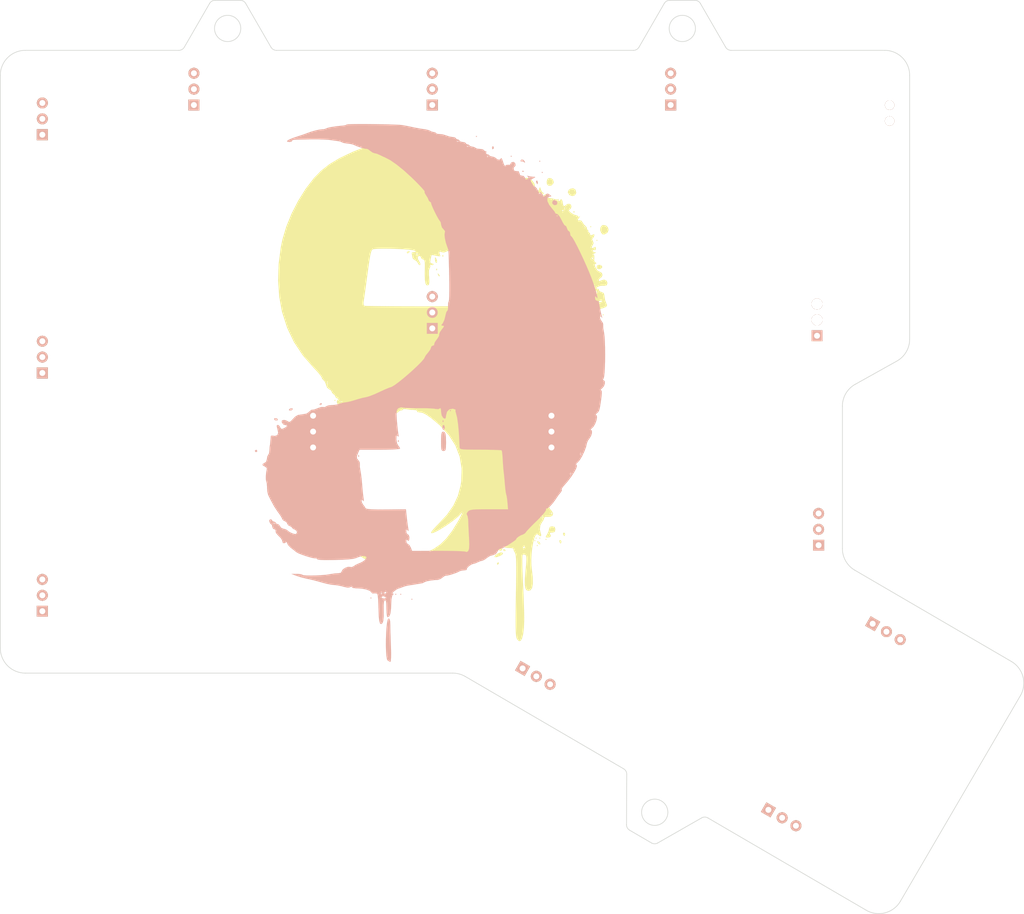
<source format=kicad_pcb>
(kicad_pcb (version 4) (host pcbnew 4.0.7)

  (general
    (links 0)
    (no_connects 0)
    (area 59.524999 31.274999 223.219082 177.439704)
    (thickness 1.6)
    (drawings 46)
    (tracks 0)
    (zones 0)
    (modules 19)
    (nets 1)
  )

  (page A4)
  (layers
    (0 F.Cu signal)
    (31 B.Cu signal)
    (32 B.Adhes user)
    (33 F.Adhes user)
    (34 B.Paste user)
    (35 F.Paste user)
    (36 B.SilkS user)
    (37 F.SilkS user)
    (38 B.Mask user)
    (39 F.Mask user)
    (40 Dwgs.User user hide)
    (41 Cmts.User user)
    (42 Eco1.User user)
    (43 Eco2.User user)
    (44 Edge.Cuts user)
    (45 Margin user)
    (46 B.CrtYd user)
    (47 F.CrtYd user)
    (48 B.Fab user)
    (49 F.Fab user)
  )

  (setup
    (last_trace_width 0.25)
    (trace_clearance 0.2)
    (zone_clearance 0.508)
    (zone_45_only no)
    (trace_min 0.2)
    (segment_width 0.2)
    (edge_width 0.15)
    (via_size 0.6)
    (via_drill 0.4)
    (via_min_size 0.4)
    (via_min_drill 0.3)
    (uvia_size 0.3)
    (uvia_drill 0.1)
    (uvias_allowed no)
    (uvia_min_size 0.2)
    (uvia_min_drill 0.1)
    (pcb_text_width 0.3)
    (pcb_text_size 1.5 1.5)
    (mod_edge_width 0.15)
    (mod_text_size 1 1)
    (mod_text_width 0.15)
    (pad_size 1.7526 1.7526)
    (pad_drill 1.7526)
    (pad_to_mask_clearance 0.2)
    (aux_axis_origin 0 0)
    (visible_elements 7FFFFF7F)
    (pcbplotparams
      (layerselection 0x010fc_80000001)
      (usegerberextensions true)
      (excludeedgelayer true)
      (linewidth 0.100000)
      (plotframeref false)
      (viasonmask false)
      (mode 1)
      (useauxorigin false)
      (hpglpennumber 1)
      (hpglpenspeed 20)
      (hpglpendiameter 15)
      (hpglpenoverlay 2)
      (psnegative false)
      (psa4output false)
      (plotreference true)
      (plotvalue true)
      (plotinvisibletext false)
      (padsonsilk false)
      (subtractmaskfromsilk false)
      (outputformat 1)
      (mirror false)
      (drillshape 0)
      (scaleselection 1)
      (outputdirectory "../Gerbers/Tent Bases/"))
  )

  (net 0 "")

  (net_class Default "This is the default net class."
    (clearance 0.2)
    (trace_width 0.25)
    (via_dia 0.6)
    (via_drill 0.4)
    (uvia_dia 0.3)
    (uvia_drill 0.1)
  )

  (net_class thick ""
    (clearance 0.2)
    (trace_width 0.51)
    (via_dia 0.6)
    (via_drill 0.4)
    (uvia_dia 0.3)
    (uvia_drill 0.1)
  )

  (module keebs:Board-Board-Conn (layer F.Cu) (tedit 5A839BC6) (tstamp 5A839B6C)
    (at 201.6 50.7 90)
    (fp_text reference "" (at -14.03125 -0.428125 180) (layer F.SilkS)
      (effects (font (size 1.27 1.524) (thickness 0.2032)))
    )
    (fp_text value "" (at 0 0 90) (layer F.SilkS) hide
      (effects (font (size 1.27 1.524) (thickness 0.2032)))
    )
    (pad 2 thru_hole circle (at 0.07 0.12 90) (size 1.5 1.5) (drill 1.5) (layers *.Cu *.SilkS *.Mask))
    (pad 3 thru_hole circle (at 2.61 0.12 90) (size 1.5 1.5) (drill 1.5) (layers *.Cu *.SilkS *.Mask))
  )

  (module keebs:Mx_Alps_200-nocenter (layer F.Cu) (tedit 5A37444D) (tstamp 5A3748F5)
    (at 184.45 142.7 240)
    (descr MXALPS)
    (tags MXALPS)
    (fp_text reference "Stab cutout" (at 0 4.318 240) (layer B.SilkS) hide
      (effects (font (size 1 1) (thickness 0.2)) (justify mirror))
    )
    (fp_text value >VALUE (at 14.732 10.668 240) (layer B.SilkS) hide
      (effects (font (thickness 0.3048)) (justify mirror))
    )
    (fp_line (start -18.923 -9.398) (end 18.923 -9.398) (layer Dwgs.User) (width 0.1524))
    (fp_line (start 18.923 -9.398) (end 18.923 9.398) (layer Dwgs.User) (width 0.1524))
    (fp_line (start 18.923 9.398) (end -18.923 9.398) (layer Dwgs.User) (width 0.1524))
    (fp_line (start -18.923 9.398) (end -18.923 -9.398) (layer Dwgs.User) (width 0.1524))
    (fp_line (start -6.985 -6.985) (end 6.985 -6.985) (layer Eco2.User) (width 0.1524))
    (fp_line (start 6.985 -6.985) (end 6.985 -4.8768) (layer Eco2.User) (width 0.1524))
    (fp_line (start 6.985 -4.8768) (end 8.6106 -4.8768) (layer Eco2.User) (width 0.1524))
    (fp_line (start 8.6106 -4.8768) (end 8.6106 -5.6896) (layer Eco2.User) (width 0.1524))
    (fp_line (start 8.6106 -5.6896) (end 15.2654 -5.6896) (layer Eco2.User) (width 0.1524))
    (fp_line (start 15.2654 -5.6896) (end 15.2654 -2.286) (layer Eco2.User) (width 0.1524))
    (fp_line (start 15.2654 -2.286) (end 16.129 -2.286) (layer Eco2.User) (width 0.1524))
    (fp_line (start 16.129 -2.286) (end 16.129 0.508) (layer Eco2.User) (width 0.1524))
    (fp_line (start 16.129 0.508) (end 15.2654 0.508) (layer Eco2.User) (width 0.1524))
    (fp_line (start 15.2654 0.508) (end 15.2654 6.604) (layer Eco2.User) (width 0.1524))
    (fp_line (start 15.2654 6.604) (end 14.224 6.604) (layer Eco2.User) (width 0.1524))
    (fp_line (start 14.224 6.604) (end 14.224 7.7724) (layer Eco2.User) (width 0.1524))
    (fp_line (start 14.224 7.7724) (end 9.652 7.7724) (layer Eco2.User) (width 0.1524))
    (fp_line (start 9.652 7.7724) (end 9.652 6.604) (layer Eco2.User) (width 0.1524))
    (fp_line (start 9.652 6.604) (end 8.6106 6.604) (layer Eco2.User) (width 0.1524))
    (fp_line (start 8.6106 6.604) (end 8.6106 5.8166) (layer Eco2.User) (width 0.1524))
    (fp_line (start 8.6106 5.8166) (end 6.985 5.8166) (layer Eco2.User) (width 0.1524))
    (fp_line (start 6.985 5.8166) (end 6.985 6.985) (layer Eco2.User) (width 0.1524))
    (fp_line (start 6.985 6.985) (end -6.985 6.985) (layer Eco2.User) (width 0.1524))
    (fp_line (start -6.985 6.985) (end -6.985 5.8166) (layer Eco2.User) (width 0.1524))
    (fp_line (start -6.985 5.8166) (end -8.6106 5.8166) (layer Eco2.User) (width 0.1524))
    (fp_line (start -8.6106 5.8166) (end -8.6106 6.604) (layer Eco2.User) (width 0.1524))
    (fp_line (start -8.6106 6.604) (end -9.652 6.604) (layer Eco2.User) (width 0.1524))
    (fp_line (start -9.652 6.604) (end -9.652 7.7724) (layer Eco2.User) (width 0.1524))
    (fp_line (start -9.652 7.7724) (end -14.224 7.7724) (layer Eco2.User) (width 0.1524))
    (fp_line (start -14.224 7.7724) (end -14.224 6.604) (layer Eco2.User) (width 0.1524))
    (fp_line (start -14.224 6.604) (end -15.2654 6.604) (layer Eco2.User) (width 0.1524))
    (fp_line (start -15.2654 6.604) (end -15.2654 0.508) (layer Eco2.User) (width 0.1524))
    (fp_line (start -15.2654 0.508) (end -16.129 0.508) (layer Eco2.User) (width 0.1524))
    (fp_line (start -16.129 0.508) (end -16.129 -2.286) (layer Eco2.User) (width 0.1524))
    (fp_line (start -16.129 -2.286) (end -15.2654 -2.286) (layer Eco2.User) (width 0.1524))
    (fp_line (start -15.2654 -2.286) (end -15.2654 -5.6896) (layer Eco2.User) (width 0.1524))
    (fp_line (start -15.2654 -5.6896) (end -8.6106 -5.6896) (layer Eco2.User) (width 0.1524))
    (fp_line (start -8.6106 -5.6896) (end -8.6106 -4.8768) (layer Eco2.User) (width 0.1524))
    (fp_line (start -8.6106 -4.8768) (end -6.985 -4.8768) (layer Eco2.User) (width 0.1524))
    (fp_line (start -6.985 -4.8768) (end -6.985 -6.985) (layer Eco2.User) (width 0.1524))
    (fp_line (start 15.367 -7.62) (end 8.509 -7.62) (layer Cmts.User) (width 0.1524))
    (fp_line (start 8.509 -7.62) (end 8.509 7.62) (layer Cmts.User) (width 0.1524))
    (fp_line (start 8.509 7.62) (end -8.509 7.62) (layer Cmts.User) (width 0.1524))
    (fp_line (start -8.509 7.62) (end -8.509 -7.62) (layer Cmts.User) (width 0.1524))
    (fp_line (start -8.509 -7.62) (end -15.367 -7.62) (layer Cmts.User) (width 0.1524))
    (fp_line (start -15.367 -7.62) (end -15.367 10.16) (layer Cmts.User) (width 0.1524))
    (fp_line (start -15.367 10.16) (end 15.367 10.16) (layer Cmts.User) (width 0.1524))
    (fp_line (start 15.367 10.16) (end 15.367 -7.62) (layer Cmts.User) (width 0.1524))
    (pad "" np_thru_hole circle (at -11.938 -6.985 240) (size 4 4) (drill 4) (layers *.Cu))
    (pad "" np_thru_hole circle (at 11.938 -6.985 240) (size 4 4) (drill 4) (layers *.Cu))
    (pad "" np_thru_hole oval (at -11.938 9.255 240) (size 3.9878 6) (drill oval 3.9878 6) (layers *.Cu))
    (pad "" np_thru_hole oval (at 11.938 9.255 240) (size 3.9878 6) (drill oval 3.9878 6) (layers *.Cu))
  )

  (module keebs:Mx_Alps_200-nocenter (layer F.Cu) (tedit 5A37444D) (tstamp 5A3744C9)
    (at 200.975 152.225 60)
    (descr MXALPS)
    (tags MXALPS)
    (fp_text reference "Stab cutout" (at 0 4.318 60) (layer B.SilkS) hide
      (effects (font (size 1 1) (thickness 0.2)) (justify mirror))
    )
    (fp_text value >VALUE (at 14.732 10.668 60) (layer B.SilkS) hide
      (effects (font (thickness 0.3048)) (justify mirror))
    )
    (fp_line (start -18.923 -9.398) (end 18.923 -9.398) (layer Dwgs.User) (width 0.1524))
    (fp_line (start 18.923 -9.398) (end 18.923 9.398) (layer Dwgs.User) (width 0.1524))
    (fp_line (start 18.923 9.398) (end -18.923 9.398) (layer Dwgs.User) (width 0.1524))
    (fp_line (start -18.923 9.398) (end -18.923 -9.398) (layer Dwgs.User) (width 0.1524))
    (fp_line (start -6.985 -6.985) (end 6.985 -6.985) (layer Eco2.User) (width 0.1524))
    (fp_line (start 6.985 -6.985) (end 6.985 -4.8768) (layer Eco2.User) (width 0.1524))
    (fp_line (start 6.985 -4.8768) (end 8.6106 -4.8768) (layer Eco2.User) (width 0.1524))
    (fp_line (start 8.6106 -4.8768) (end 8.6106 -5.6896) (layer Eco2.User) (width 0.1524))
    (fp_line (start 8.6106 -5.6896) (end 15.2654 -5.6896) (layer Eco2.User) (width 0.1524))
    (fp_line (start 15.2654 -5.6896) (end 15.2654 -2.286) (layer Eco2.User) (width 0.1524))
    (fp_line (start 15.2654 -2.286) (end 16.129 -2.286) (layer Eco2.User) (width 0.1524))
    (fp_line (start 16.129 -2.286) (end 16.129 0.508) (layer Eco2.User) (width 0.1524))
    (fp_line (start 16.129 0.508) (end 15.2654 0.508) (layer Eco2.User) (width 0.1524))
    (fp_line (start 15.2654 0.508) (end 15.2654 6.604) (layer Eco2.User) (width 0.1524))
    (fp_line (start 15.2654 6.604) (end 14.224 6.604) (layer Eco2.User) (width 0.1524))
    (fp_line (start 14.224 6.604) (end 14.224 7.7724) (layer Eco2.User) (width 0.1524))
    (fp_line (start 14.224 7.7724) (end 9.652 7.7724) (layer Eco2.User) (width 0.1524))
    (fp_line (start 9.652 7.7724) (end 9.652 6.604) (layer Eco2.User) (width 0.1524))
    (fp_line (start 9.652 6.604) (end 8.6106 6.604) (layer Eco2.User) (width 0.1524))
    (fp_line (start 8.6106 6.604) (end 8.6106 5.8166) (layer Eco2.User) (width 0.1524))
    (fp_line (start 8.6106 5.8166) (end 6.985 5.8166) (layer Eco2.User) (width 0.1524))
    (fp_line (start 6.985 5.8166) (end 6.985 6.985) (layer Eco2.User) (width 0.1524))
    (fp_line (start 6.985 6.985) (end -6.985 6.985) (layer Eco2.User) (width 0.1524))
    (fp_line (start -6.985 6.985) (end -6.985 5.8166) (layer Eco2.User) (width 0.1524))
    (fp_line (start -6.985 5.8166) (end -8.6106 5.8166) (layer Eco2.User) (width 0.1524))
    (fp_line (start -8.6106 5.8166) (end -8.6106 6.604) (layer Eco2.User) (width 0.1524))
    (fp_line (start -8.6106 6.604) (end -9.652 6.604) (layer Eco2.User) (width 0.1524))
    (fp_line (start -9.652 6.604) (end -9.652 7.7724) (layer Eco2.User) (width 0.1524))
    (fp_line (start -9.652 7.7724) (end -14.224 7.7724) (layer Eco2.User) (width 0.1524))
    (fp_line (start -14.224 7.7724) (end -14.224 6.604) (layer Eco2.User) (width 0.1524))
    (fp_line (start -14.224 6.604) (end -15.2654 6.604) (layer Eco2.User) (width 0.1524))
    (fp_line (start -15.2654 6.604) (end -15.2654 0.508) (layer Eco2.User) (width 0.1524))
    (fp_line (start -15.2654 0.508) (end -16.129 0.508) (layer Eco2.User) (width 0.1524))
    (fp_line (start -16.129 0.508) (end -16.129 -2.286) (layer Eco2.User) (width 0.1524))
    (fp_line (start -16.129 -2.286) (end -15.2654 -2.286) (layer Eco2.User) (width 0.1524))
    (fp_line (start -15.2654 -2.286) (end -15.2654 -5.6896) (layer Eco2.User) (width 0.1524))
    (fp_line (start -15.2654 -5.6896) (end -8.6106 -5.6896) (layer Eco2.User) (width 0.1524))
    (fp_line (start -8.6106 -5.6896) (end -8.6106 -4.8768) (layer Eco2.User) (width 0.1524))
    (fp_line (start -8.6106 -4.8768) (end -6.985 -4.8768) (layer Eco2.User) (width 0.1524))
    (fp_line (start -6.985 -4.8768) (end -6.985 -6.985) (layer Eco2.User) (width 0.1524))
    (fp_line (start 15.367 -7.62) (end 8.509 -7.62) (layer Cmts.User) (width 0.1524))
    (fp_line (start 8.509 -7.62) (end 8.509 7.62) (layer Cmts.User) (width 0.1524))
    (fp_line (start 8.509 7.62) (end -8.509 7.62) (layer Cmts.User) (width 0.1524))
    (fp_line (start -8.509 7.62) (end -8.509 -7.62) (layer Cmts.User) (width 0.1524))
    (fp_line (start -8.509 -7.62) (end -15.367 -7.62) (layer Cmts.User) (width 0.1524))
    (fp_line (start -15.367 -7.62) (end -15.367 10.16) (layer Cmts.User) (width 0.1524))
    (fp_line (start -15.367 10.16) (end 15.367 10.16) (layer Cmts.User) (width 0.1524))
    (fp_line (start 15.367 10.16) (end 15.367 -7.62) (layer Cmts.User) (width 0.1524))
    (pad "" np_thru_hole circle (at -11.938 -6.985 60) (size 4 4) (drill 4) (layers *.Cu))
    (pad "" np_thru_hole circle (at 11.938 -6.985 60) (size 4 4) (drill 4) (layers *.Cu))
    (pad "" np_thru_hole oval (at -11.938 9.255 60) (size 3.9878 6) (drill oval 3.9878 6) (layers *.Cu))
    (pad "" np_thru_hole oval (at 11.938 9.255 60) (size 3.9878 6) (drill oval 3.9878 6) (layers *.Cu))
  )

  (module keebs:Board-Board-Conn (layer F.Cu) (tedit 5A334C72) (tstamp 5A3352B0)
    (at 190.25 116 90)
    (fp_text reference "" (at -14.03125 -0.428125 180) (layer F.SilkS)
      (effects (font (size 1.27 1.524) (thickness 0.2032)))
    )
    (fp_text value "" (at 0 0 90) (layer F.SilkS) hide
      (effects (font (size 1.27 1.524) (thickness 0.2032)))
    )
    (pad 1 thru_hole rect (at -2.47 0.12 90) (size 1.7526 1.7526) (drill 0.95) (layers *.Cu *.SilkS *.Mask))
    (pad 2 thru_hole circle (at 0.07 0.12 90) (size 1.7526 1.7526) (drill 0.95) (layers *.Cu *.SilkS *.Mask))
    (pad 3 thru_hole circle (at 2.61 0.12 90) (size 1.7526 1.7526) (drill 0.95) (layers *.Cu *.SilkS *.Mask))
  )

  (module keebs:Board-Board-Conn (layer F.Cu) (tedit 5A334C72) (tstamp 5A33526B)
    (at 201.215625 132.159375 330)
    (fp_text reference "" (at -14.03125 -0.428125 420) (layer F.SilkS)
      (effects (font (size 1.27 1.524) (thickness 0.2032)))
    )
    (fp_text value "" (at 0 0 330) (layer F.SilkS) hide
      (effects (font (size 1.27 1.524) (thickness 0.2032)))
    )
    (pad 1 thru_hole rect (at -2.47 0.12 330) (size 1.7526 1.7526) (drill 0.95) (layers *.Cu *.SilkS *.Mask))
    (pad 2 thru_hole circle (at 0.07 0.12 330) (size 1.7526 1.7526) (drill 0.95) (layers *.Cu *.SilkS *.Mask))
    (pad 3 thru_hole circle (at 2.61 0.12 210) (size 1.7526 1.7526) (drill 0.95) (layers *.Cu *.SilkS *.Mask))
  )

  (module keebs:Board-Board-Conn (layer F.Cu) (tedit 5A334C72) (tstamp 5A335258)
    (at 184.546875 161.925 330)
    (fp_text reference "" (at -14.03125 -0.428125 420) (layer F.SilkS)
      (effects (font (size 1.27 1.524) (thickness 0.2032)))
    )
    (fp_text value "" (at 0 0 330) (layer F.SilkS) hide
      (effects (font (size 1.27 1.524) (thickness 0.2032)))
    )
    (pad 1 thru_hole rect (at -2.47 0.12 330) (size 1.7526 1.7526) (drill 0.95) (layers *.Cu *.SilkS *.Mask))
    (pad 2 thru_hole circle (at 0.07 0.12 330) (size 1.7526 1.7526) (drill 0.95) (layers *.Cu *.SilkS *.Mask))
    (pad 3 thru_hole circle (at 2.61 0.12 210) (size 1.7526 1.7526) (drill 0.95) (layers *.Cu *.SilkS *.Mask))
  )

  (module keebs:Board-Board-Conn (layer F.Cu) (tedit 5A334C72) (tstamp 5A3351F8)
    (at 145.25625 139.303125 330)
    (fp_text reference "" (at -14.03125 -0.428125 420) (layer F.SilkS)
      (effects (font (size 1.27 1.524) (thickness 0.2032)))
    )
    (fp_text value "" (at 0 0 330) (layer F.SilkS) hide
      (effects (font (size 1.27 1.524) (thickness 0.2032)))
    )
    (pad 1 thru_hole rect (at -2.47 0.12 330) (size 1.7526 1.7526) (drill 0.95) (layers *.Cu *.SilkS *.Mask))
    (pad 2 thru_hole circle (at 0.07 0.12 330) (size 1.7526 1.7526) (drill 0.95) (layers *.Cu *.SilkS *.Mask))
    (pad 3 thru_hole circle (at 2.61 0.12 210) (size 1.7526 1.7526) (drill 0.95) (layers *.Cu *.SilkS *.Mask))
  )

  (module keebs:Board-Board-Conn (layer F.Cu) (tedit 5A334C72) (tstamp 5A3351EE)
    (at 109.45 100.36875 90)
    (fp_text reference "" (at -14.03125 -0.428125 180) (layer F.SilkS)
      (effects (font (size 1.27 1.524) (thickness 0.2032)))
    )
    (fp_text value "" (at 0 0 90) (layer F.SilkS) hide
      (effects (font (size 1.27 1.524) (thickness 0.2032)))
    )
    (pad 1 thru_hole rect (at -2.47 0.12 90) (size 1.7526 1.7526) (drill 0.95) (layers *.Cu *.SilkS *.Mask))
    (pad 2 thru_hole circle (at 0.07 0.12 90) (size 1.7526 1.7526) (drill 0.95) (layers *.Cu *.SilkS *.Mask))
    (pad 3 thru_hole circle (at 2.61 0.12 90) (size 1.7526 1.7526) (drill 0.95) (layers *.Cu *.SilkS *.Mask))
  )

  (module keebs:Board-Board-Conn (layer F.Cu) (tedit 5A334C72) (tstamp 5A3351DA)
    (at 147.55 100.36875 90)
    (fp_text reference "" (at -14.03125 -0.428125 180) (layer F.SilkS)
      (effects (font (size 1.27 1.524) (thickness 0.2032)))
    )
    (fp_text value "" (at 0 0 90) (layer F.SilkS) hide
      (effects (font (size 1.27 1.524) (thickness 0.2032)))
    )
    (pad 1 thru_hole rect (at -2.47 0.12 90) (size 1.7526 1.7526) (drill 0.95) (layers *.Cu *.SilkS *.Mask))
    (pad 2 thru_hole circle (at 0.07 0.12 90) (size 1.7526 1.7526) (drill 0.95) (layers *.Cu *.SilkS *.Mask))
    (pad 3 thru_hole circle (at 2.61 0.12 90) (size 1.7526 1.7526) (drill 0.95) (layers *.Cu *.SilkS *.Mask))
  )

  (module keebs:Board-Board-Conn (layer F.Cu) (tedit 5A334C72) (tstamp 5A3351D1)
    (at 128.5 81.31875 90)
    (fp_text reference "" (at -14.03125 -0.428125 180) (layer F.SilkS)
      (effects (font (size 1.27 1.524) (thickness 0.2032)))
    )
    (fp_text value "" (at 0 0 90) (layer F.SilkS) hide
      (effects (font (size 1.27 1.524) (thickness 0.2032)))
    )
    (pad 1 thru_hole rect (at -2.47 0.12 90) (size 1.7526 1.7526) (drill 0.95) (layers *.Cu *.SilkS *.Mask))
    (pad 2 thru_hole circle (at 0.07 0.12 90) (size 1.7526 1.7526) (drill 0.95) (layers *.Cu *.SilkS *.Mask))
    (pad 3 thru_hole circle (at 2.61 0.12 90) (size 1.7526 1.7526) (drill 0.95) (layers *.Cu *.SilkS *.Mask))
  )

  (module keebs:Board-Board-Conn (layer F.Cu) (tedit 5A334C72) (tstamp 5A334E82)
    (at 166.6 45.6 90)
    (fp_text reference "" (at -14.03125 -0.428125 180) (layer F.SilkS)
      (effects (font (size 1.27 1.524) (thickness 0.2032)))
    )
    (fp_text value "" (at 0 0 90) (layer F.SilkS) hide
      (effects (font (size 1.27 1.524) (thickness 0.2032)))
    )
    (pad 1 thru_hole rect (at -2.47 0.12 90) (size 1.7526 1.7526) (drill 0.95) (layers *.Cu *.SilkS *.Mask))
    (pad 2 thru_hole circle (at 0.07 0.12 90) (size 1.7526 1.7526) (drill 0.95) (layers *.Cu *.SilkS *.Mask))
    (pad 3 thru_hole circle (at 2.61 0.12 90) (size 1.7526 1.7526) (drill 0.95) (layers *.Cu *.SilkS *.Mask))
  )

  (module keebs:Board-Board-Conn (layer F.Cu) (tedit 5A334C72) (tstamp 5A334E79)
    (at 128.5 45.6 90)
    (fp_text reference "" (at -14.03125 -0.428125 180) (layer F.SilkS)
      (effects (font (size 1.27 1.524) (thickness 0.2032)))
    )
    (fp_text value "" (at 0 0 90) (layer F.SilkS) hide
      (effects (font (size 1.27 1.524) (thickness 0.2032)))
    )
    (pad 1 thru_hole rect (at -2.47 0.12 90) (size 1.7526 1.7526) (drill 0.95) (layers *.Cu *.SilkS *.Mask))
    (pad 2 thru_hole circle (at 0.07 0.12 90) (size 1.7526 1.7526) (drill 0.95) (layers *.Cu *.SilkS *.Mask))
    (pad 3 thru_hole circle (at 2.61 0.12 90) (size 1.7526 1.7526) (drill 0.95) (layers *.Cu *.SilkS *.Mask))
  )

  (module keebs:Board-Board-Conn (layer F.Cu) (tedit 5A334C72) (tstamp 5A334E4A)
    (at 90.4 45.6 90)
    (fp_text reference "" (at -14.03125 -0.428125 180) (layer F.SilkS)
      (effects (font (size 1.27 1.524) (thickness 0.2032)))
    )
    (fp_text value "" (at 0 0 90) (layer F.SilkS) hide
      (effects (font (size 1.27 1.524) (thickness 0.2032)))
    )
    (pad 1 thru_hole rect (at -2.47 0.12 90) (size 1.7526 1.7526) (drill 0.95) (layers *.Cu *.SilkS *.Mask))
    (pad 2 thru_hole circle (at 0.07 0.12 90) (size 1.7526 1.7526) (drill 0.95) (layers *.Cu *.SilkS *.Mask))
    (pad 3 thru_hole circle (at 2.61 0.12 90) (size 1.7526 1.7526) (drill 0.95) (layers *.Cu *.SilkS *.Mask))
  )

  (module keebs:Board-Board-Conn (layer F.Cu) (tedit 5A334C72) (tstamp 5A334E2A)
    (at 66.175 50.353125 90)
    (fp_text reference "" (at -14.03125 -0.428125 180) (layer F.SilkS)
      (effects (font (size 1.27 1.524) (thickness 0.2032)))
    )
    (fp_text value "" (at 0 0 90) (layer F.SilkS) hide
      (effects (font (size 1.27 1.524) (thickness 0.2032)))
    )
    (pad 1 thru_hole rect (at -2.47 0.12 90) (size 1.7526 1.7526) (drill 0.95) (layers *.Cu *.SilkS *.Mask))
    (pad 2 thru_hole circle (at 0.07 0.12 90) (size 1.7526 1.7526) (drill 0.95) (layers *.Cu *.SilkS *.Mask))
    (pad 3 thru_hole circle (at 2.61 0.12 90) (size 1.7526 1.7526) (drill 0.95) (layers *.Cu *.SilkS *.Mask))
  )

  (module keebs:Board-Board-Conn (layer F.Cu) (tedit 5A334C72) (tstamp 5A334E1F)
    (at 66.175 88.453125 90)
    (fp_text reference "" (at -14.03125 -0.428125 180) (layer F.SilkS)
      (effects (font (size 1.27 1.524) (thickness 0.2032)))
    )
    (fp_text value "" (at 0 0 90) (layer F.SilkS) hide
      (effects (font (size 1.27 1.524) (thickness 0.2032)))
    )
    (pad 1 thru_hole rect (at -2.47 0.12 90) (size 1.7526 1.7526) (drill 0.95) (layers *.Cu *.SilkS *.Mask))
    (pad 2 thru_hole circle (at 0.07 0.12 90) (size 1.7526 1.7526) (drill 0.95) (layers *.Cu *.SilkS *.Mask))
    (pad 3 thru_hole circle (at 2.61 0.12 90) (size 1.7526 1.7526) (drill 0.95) (layers *.Cu *.SilkS *.Mask))
  )

  (module keebs:Board-Board-Conn (layer F.Cu) (tedit 5A334C72) (tstamp 5A334E15)
    (at 66.175 126.553125 90)
    (fp_text reference "" (at -14.03125 -0.428125 180) (layer F.SilkS)
      (effects (font (size 1.27 1.524) (thickness 0.2032)))
    )
    (fp_text value "" (at 0 0 90) (layer F.SilkS) hide
      (effects (font (size 1.27 1.524) (thickness 0.2032)))
    )
    (pad 1 thru_hole rect (at -2.47 0.12 90) (size 1.7526 1.7526) (drill 0.95) (layers *.Cu *.SilkS *.Mask))
    (pad 2 thru_hole circle (at 0.07 0.12 90) (size 1.7526 1.7526) (drill 0.95) (layers *.Cu *.SilkS *.Mask))
    (pad 3 thru_hole circle (at 2.61 0.12 90) (size 1.7526 1.7526) (drill 0.95) (layers *.Cu *.SilkS *.Mask))
  )

  (module keebs:Board-Board-Conn (layer F.Cu) (tedit 5A865729) (tstamp 5A31FF0E)
    (at 190 82.5 90)
    (fp_text reference "" (at -14.03125 -0.428125 180) (layer F.SilkS)
      (effects (font (size 1.27 1.524) (thickness 0.2032)))
    )
    (fp_text value "" (at 0 0 90) (layer F.SilkS) hide
      (effects (font (size 1.27 1.524) (thickness 0.2032)))
    )
    (pad 1 thru_hole rect (at -2.47 0.12 90) (size 1.7526 1.7526) (drill 0.95) (layers *.Cu *.SilkS *.Mask))
    (pad 2 thru_hole circle (at 0.07 0.12 90) (size 1.7526 1.7526) (drill 1.7526) (layers *.Cu *.SilkS *.Mask))
    (pad 3 thru_hole circle (at 2.61 0.12 90) (size 1.7526 1.7526) (drill 1.7526) (layers *.Cu *.SilkS *.Mask))
  )

  (module keebs:discord (layer F.Cu) (tedit 0) (tstamp 5A3B4E3E)
    (at 114.75 90.25)
    (fp_text reference G*** (at 0 0) (layer F.SilkS) hide
      (effects (font (thickness 0.3)))
    )
    (fp_text value LOGO (at 0.75 0) (layer F.SilkS) hide
      (effects (font (thickness 0.3)))
    )
    (fp_poly (pts (xy 13.957463 -36.86716) (xy 16.669446 -36.346889) (xy 18.25625 -35.886422) (xy 20.054893 -35.202116)
      (xy 21.973559 -34.29652) (xy 23.868716 -33.245077) (xy 25.596833 -32.123226) (xy 26.061862 -31.783748)
      (xy 27.054351 -31.06126) (xy 27.770333 -30.597986) (xy 28.225498 -30.384575) (xy 28.408749 -30.38503)
      (xy 28.993447 -30.548128) (xy 29.577972 -30.333706) (xy 29.842088 -30.096883) (xy 30.182178 -29.621238)
      (xy 30.281066 -29.254163) (xy 30.130747 -29.071035) (xy 29.950743 -29.073659) (xy 29.702029 -29.06174)
      (xy 29.712729 -28.815466) (xy 29.749037 -28.710235) (xy 30.043334 -28.316467) (xy 30.43778 -28.227124)
      (xy 30.797218 -28.453427) (xy 30.892465 -28.615325) (xy 31.096053 -29.071094) (xy 31.237961 -28.62461)
      (xy 31.420847 -28.278431) (xy 31.576645 -28.178125) (xy 31.676852 -28.053144) (xy 31.637687 -27.958502)
      (xy 31.462594 -27.859613) (xy 31.348347 -27.987418) (xy 31.054638 -28.133558) (xy 30.827449 -28.072909)
      (xy 30.592555 -27.943455) (xy 30.715938 -27.868611) (xy 30.909583 -27.831369) (xy 31.214973 -27.693576)
      (xy 31.223936 -27.53432) (xy 31.261451 -27.475456) (xy 31.535776 -27.629) (xy 31.562802 -27.647726)
      (xy 32.0439 -27.930394) (xy 32.281621 -27.921341) (xy 32.304401 -27.632422) (xy 32.375362 -27.360127)
      (xy 32.747164 -27.274843) (xy 33.230309 -27.210086) (xy 33.491305 -27.114303) (xy 33.853208 -27.062052)
      (xy 33.963472 -27.105668) (xy 34.099262 -27.129057) (xy 34.05098 -27.018161) (xy 34.039804 -26.814074)
      (xy 34.119538 -26.789063) (xy 34.321515 -26.941276) (xy 34.329687 -26.999212) (xy 34.451257 -27.117726)
      (xy 34.528125 -27.086719) (xy 34.681731 -26.813187) (xy 34.726562 -26.479696) (xy 34.815675 -26.090334)
      (xy 35.025086 -26.005607) (xy 35.222656 -26.193751) (xy 35.502546 -26.360451) (xy 35.730461 -26.392188)
      (xy 36.025915 -26.245625) (xy 36.119662 -25.92175) (xy 35.995155 -25.594286) (xy 35.818122 -25.47182)
      (xy 35.680874 -25.342411) (xy 35.838671 -25.119135) (xy 36.061089 -24.932525) (xy 36.494962 -24.6598)
      (xy 36.831685 -24.562147) (xy 36.854685 -24.56552) (xy 37.084887 -24.490283) (xy 37.107812 -24.404801)
      (xy 37.23763 -24.285878) (xy 37.355859 -24.325995) (xy 37.504646 -24.385497) (xy 37.365579 -24.209293)
      (xy 37.355859 -24.1988) (xy 37.130451 -23.865937) (xy 37.183802 -23.705171) (xy 37.403796 -23.740098)
      (xy 37.710498 -23.681915) (xy 37.837212 -23.485824) (xy 38.110688 -23.066635) (xy 38.338298 -22.856345)
      (xy 38.579298 -22.582075) (xy 38.587702 -22.409861) (xy 38.622176 -22.237857) (xy 38.695312 -22.225)
      (xy 38.824716 -22.104121) (xy 38.794531 -22.026563) (xy 38.810264 -21.843706) (xy 38.882038 -21.828125)
      (xy 39.067208 -21.667099) (xy 39.092187 -21.523487) (xy 39.166128 -21.325055) (xy 39.447922 -21.409359)
      (xy 39.469584 -21.420826) (xy 39.743067 -21.522338) (xy 39.770342 -21.339496) (xy 39.744096 -21.229371)
      (xy 39.586204 -20.909502) (xy 39.464236 -20.835938) (xy 39.414154 -20.698734) (xy 39.525051 -20.455176)
      (xy 39.659697 -20.075604) (xy 39.498455 -19.75585) (xy 39.338156 -19.430025) (xy 39.438988 -19.277716)
      (xy 39.730379 -19.400225) (xy 39.740457 -19.408482) (xy 39.95458 -19.497012) (xy 40.029725 -19.249608)
      (xy 39.95539 -18.975865) (xy 39.773535 -18.983299) (xy 39.526841 -18.967346) (xy 39.489062 -18.872794)
      (xy 39.653286 -18.679746) (xy 39.836328 -18.639178) (xy 40.048716 -18.606899) (xy 39.905402 -18.507186)
      (xy 39.786718 -18.454688) (xy 39.565929 -18.319642) (xy 39.620579 -18.270198) (xy 39.768008 -18.085055)
      (xy 39.757492 -17.660938) (xy 39.750015 -17.230647) (xy 39.874022 -17.065625) (xy 40.076159 -16.913534)
      (xy 40.084375 -16.855477) (xy 39.961853 -16.739074) (xy 39.878786 -16.772389) (xy 39.808651 -16.701342)
      (xy 39.894704 -16.361171) (xy 39.941931 -16.238397) (xy 40.282917 -15.705574) (xy 40.643614 -15.513933)
      (xy 40.977135 -15.316298) (xy 41.078943 -14.968497) (xy 40.924449 -14.644339) (xy 40.778906 -14.557698)
      (xy 40.515161 -14.306909) (xy 40.48125 -14.16537) (xy 40.547424 -13.991078) (xy 40.808194 -14.091898)
      (xy 40.851838 -14.118699) (xy 41.329656 -14.257646) (xy 41.710781 -14.103706) (xy 41.870242 -13.708451)
      (xy 41.870312 -13.698416) (xy 41.738082 -13.342232) (xy 41.330355 -13.262855) (xy 41.188574 -13.284086)
      (xy 40.791552 -13.267174) (xy 40.371887 -13.133703) (xy 40.107386 -12.94827) (xy 40.084375 -12.882946)
      (xy 40.206168 -12.767956) (xy 40.282812 -12.799219) (xy 40.454829 -12.756866) (xy 40.48125 -12.626294)
      (xy 40.650166 -12.371217) (xy 40.927734 -12.267318) (xy 41.261487 -12.120755) (xy 41.38248 -11.736029)
      (xy 41.388634 -11.608594) (xy 41.488297 -10.994105) (xy 41.659236 -10.537699) (xy 41.809067 -10.166975)
      (xy 41.697847 -9.949073) (xy 41.545601 -9.850509) (xy 41.10345 -9.670782) (xy 40.878125 -9.631561)
      (xy 40.642775 -9.495561) (xy 40.630078 -9.376172) (xy 40.509316 -9.174755) (xy 40.294523 -9.128125)
      (xy 39.914645 -9.037005) (xy 39.786718 -8.929688) (xy 39.86426 -8.789149) (xy 40.250334 -8.731347)
      (xy 40.271101 -8.73125) (xy 40.747344 -8.673452) (xy 40.844964 -8.497298) (xy 40.565422 -8.198646)
      (xy 40.48125 -8.135938) (xy 40.171019 -7.774649) (xy 40.084375 -7.485753) (xy 40.045354 -7.289945)
      (xy 39.885688 -7.371465) (xy 39.627968 -7.652223) (xy 39.171562 -8.182827) (xy 39.171562 -7.493514)
      (xy 39.230156 -6.996311) (xy 39.422444 -6.825582) (xy 39.471537 -6.825148) (xy 39.752879 -6.678049)
      (xy 39.848851 -6.469875) (xy 39.830191 -6.198269) (xy 39.628535 -6.207876) (xy 39.515966 -6.206561)
      (xy 39.437935 -6.066721) (xy 39.390111 -5.735653) (xy 39.368161 -5.16065) (xy 39.367753 -4.289009)
      (xy 39.382169 -3.210658) (xy 39.394595 -1.382854) (xy 39.360404 0.254798) (xy 39.268758 1.779425)
      (xy 39.108818 3.268152) (xy 38.869743 4.798106) (xy 38.540695 6.446413) (xy 38.110833 8.2902)
      (xy 37.569319 10.406594) (xy 37.355234 11.211718) (xy 37.199822 11.636289) (xy 37.105012 11.807031)
      (xy 36.95892 12.111713) (xy 36.771463 12.627512) (xy 36.716741 12.799218) (xy 36.453538 13.494831)
      (xy 36.020837 14.454387) (xy 35.456393 15.60337) (xy 34.797961 16.867263) (xy 34.083295 18.171547)
      (xy 33.357969 19.428542) (xy 32.915534 20.195751) (xy 32.58766 20.808155) (xy 32.404833 21.205318)
      (xy 32.39754 21.326804) (xy 32.401253 21.325113) (xy 32.456407 21.334025) (xy 32.257775 21.515753)
      (xy 32.008967 21.745176) (xy 32.071528 21.822387) (xy 32.208166 21.828125) (xy 32.495124 21.957077)
      (xy 32.54375 22.095025) (xy 32.679701 22.421048) (xy 32.929427 22.71096) (xy 33.179697 23.112793)
      (xy 33.094492 23.464258) (xy 32.732953 23.6727) (xy 32.311698 23.678757) (xy 31.884771 23.676427)
      (xy 31.750206 23.872491) (xy 31.75 23.885629) (xy 31.618812 24.257434) (xy 31.438882 24.492144)
      (xy 31.146265 25.019957) (xy 31.059615 25.689147) (xy 31.194773 26.260354) (xy 31.285178 26.593619)
      (xy 31.21604 26.793507) (xy 31.042814 26.742356) (xy 30.995069 26.684096) (xy 30.683042 26.462842)
      (xy 30.622848 26.446418) (xy 30.400511 26.58905) (xy 30.189607 27.052038) (xy 30.001987 27.758861)
      (xy 29.849506 28.632999) (xy 29.744015 29.597933) (xy 29.697368 30.577143) (xy 29.721418 31.494108)
      (xy 29.770116 31.951424) (xy 29.927683 33.330542) (xy 29.946848 34.356534) (xy 29.824635 35.049327)
      (xy 29.558066 35.428851) (xy 29.236825 35.520312) (xy 28.940612 35.422277) (xy 28.751467 35.101137)
      (xy 28.663613 34.516338) (xy 28.671272 33.627324) (xy 28.768666 32.393542) (xy 28.778021 32.299889)
      (xy 28.875247 31.264679) (xy 28.920005 30.557058) (xy 28.911537 30.111122) (xy 28.849089 29.860967)
      (xy 28.748786 29.750389) (xy 28.424993 29.690078) (xy 28.315119 29.747692) (xy 28.275816 29.986769)
      (xy 28.259838 30.560843) (xy 28.266504 31.408765) (xy 28.295133 32.469383) (xy 28.345041 33.681548)
      (xy 28.36307 34.0463) (xy 28.429103 35.447137) (xy 28.485539 36.861328) (xy 28.529036 38.186883)
      (xy 28.556255 39.32181) (xy 28.563854 40.16412) (xy 28.563799 40.174449) (xy 28.517268 41.412532)
      (xy 28.400198 42.398878) (xy 28.223544 43.105551) (xy 27.998258 43.504613) (xy 27.735293 43.568127)
      (xy 27.445605 43.268155) (xy 27.389455 43.16965) (xy 27.314558 42.954606) (xy 27.257949 42.598651)
      (xy 27.218778 42.062856) (xy 27.196194 41.30829) (xy 27.189346 40.296023) (xy 27.197383 38.987126)
      (xy 27.219453 37.342669) (xy 27.237979 36.240683) (xy 27.267708 34.431552) (xy 27.28539 32.977992)
      (xy 27.28995 31.838848) (xy 27.280313 30.97297) (xy 27.255403 30.339203) (xy 27.214144 29.896395)
      (xy 27.155462 29.603393) (xy 27.07828 29.419044) (xy 27.058931 29.389296) (xy 26.872011 29.020007)
      (xy 26.863866 28.812941) (xy 26.756126 28.714845) (xy 26.366714 28.668465) (xy 26.23044 28.668158)
      (xy 25.665362 28.624602) (xy 25.49826 28.575) (xy 28.376562 28.575) (xy 28.444266 28.768278)
      (xy 28.46407 28.773437) (xy 28.633489 28.634385) (xy 28.674218 28.575) (xy 28.658485 28.392143)
      (xy 28.586711 28.376562) (xy 28.384638 28.52061) (xy 28.376562 28.575) (xy 25.49826 28.575)
      (xy 25.246514 28.500273) (xy 25.21308 28.479478) (xy 25.017093 28.379069) (xy 25.051158 28.485255)
      (xy 25.069759 28.817287) (xy 25.005155 28.968589) (xy 24.790137 29.137551) (xy 24.558241 29.014375)
      (xy 24.241961 28.892168) (xy 23.898195 29.051432) (xy 22.668303 29.78806) (xy 21.145734 30.512768)
      (xy 19.433813 31.187356) (xy 17.635866 31.773623) (xy 15.855219 32.233368) (xy 14.684375 32.457861)
      (xy 13.595375 32.586026) (xy 12.322134 32.664088) (xy 10.979052 32.691928) (xy 9.680529 32.669425)
      (xy 8.540966 32.596461) (xy 7.674762 32.472916) (xy 7.639843 32.46522) (xy 7.105946 32.384363)
      (xy 6.777906 32.360495) (xy 6.349654 32.194667) (xy 6.212023 31.959772) (xy 5.931953 31.618942)
      (xy 5.48646 31.452162) (xy 4.941272 31.289625) (xy 4.259206 31.008879) (xy 3.533092 30.658901)
      (xy 2.855758 30.288668) (xy 2.320034 29.947158) (xy 2.01875 29.683347) (xy 1.984375 29.60445)
      (xy 2.102773 29.416015) (xy 2.430859 29.458492) (xy 5.019309 30.079855) (xy 7.479711 30.328133)
      (xy 9.80989 30.203343) (xy 12.007674 29.7055) (xy 12.905489 29.379174) (xy 14.118692 28.793288)
      (xy 15.173 28.064475) (xy 16.127118 27.13397) (xy 17.039755 25.943005) (xy 17.969615 24.432816)
      (xy 18.126637 24.152724) (xy 18.356767 23.713281) (xy 31.353125 23.713281) (xy 31.452343 23.8125)
      (xy 31.551562 23.713281) (xy 31.452343 23.614062) (xy 31.353125 23.713281) (xy 18.356767 23.713281)
      (xy 18.419162 23.594137) (xy 18.605306 23.179904) (xy 18.631426 23.084895) (xy 32.808333 23.084895)
      (xy 32.835572 23.202866) (xy 32.940625 23.217187) (xy 33.103961 23.144582) (xy 33.072916 23.084895)
      (xy 32.837417 23.061146) (xy 32.808333 23.084895) (xy 18.631426 23.084895) (xy 18.662248 22.972787)
      (xy 18.56717 23.035545) (xy 18.501258 23.122394) (xy 18.114276 23.543023) (xy 17.519499 24.052971)
      (xy 16.790206 24.604084) (xy 15.999678 25.148206) (xy 15.221195 25.637184) (xy 14.528037 26.022863)
      (xy 13.993483 26.257088) (xy 13.690815 26.291705) (xy 13.684045 26.287936) (xy 13.720925 26.100692)
      (xy 14.013642 25.704063) (xy 14.520171 25.150941) (xy 14.841551 24.831187) (xy 16.219438 23.345334)
      (xy 17.071345 22.125781) (xy 32.146875 22.125781) (xy 32.246093 22.225) (xy 32.345312 22.125781)
      (xy 32.246093 22.026562) (xy 32.146875 22.125781) (xy 17.071345 22.125781) (xy 17.246479 21.875068)
      (xy 17.959554 20.35125) (xy 18.395541 18.70474) (xy 18.5044 17.964264) (xy 18.56402 15.952514)
      (xy 18.254422 14.063144) (xy 17.571629 12.287812) (xy 16.511662 10.618177) (xy 15.070542 9.045895)
      (xy 13.705298 7.901369) (xy 12.884637 7.330867) (xy 12.283919 7.035412) (xy 11.914641 6.98395)
      (xy 11.537058 6.950811) (xy 11.457031 6.802516) (xy 11.324374 6.629809) (xy 10.960937 6.588067)
      (xy 10.361333 6.562732) (xy 9.773046 6.477815) (xy 9.292686 6.435519) (xy 9.128125 6.557318)
      (xy 9.008422 6.682083) (xy 8.941517 6.654967) (xy 8.689477 6.700586) (xy 8.358214 6.965438)
      (xy 7.909648 7.275292) (xy 7.465577 7.266766) (xy 7.050627 7.241374) (xy 6.846543 7.341459)
      (xy 6.572894 7.495097) (xy 6.234495 7.540625) (xy 5.910852 7.562198) (xy 5.861717 7.699521)
      (xy 6.054004 8.061494) (xy 6.068702 8.086328) (xy 6.213845 8.36746) (xy 6.161563 8.368215)
      (xy 6.122886 8.326567) (xy 5.832804 8.124005) (xy 5.4696 8.005466) (xy 5.165483 7.991078)
      (xy 5.052658 8.100974) (xy 5.079814 8.167744) (xy 5.039431 8.247868) (xy 4.7625 8.135937)
      (xy 4.476515 8.02264) (xy 4.434816 8.087352) (xy 4.351626 8.213666) (xy 3.983395 8.256589)
      (xy 3.963122 8.255978) (xy 3.547413 8.193468) (xy 3.373891 8.072363) (xy 3.37389 8.072154)
      (xy 3.260365 8.059928) (xy 3.061607 8.220982) (xy 2.72436 8.478214) (xy 2.514272 8.516086)
      (xy 2.517945 8.349741) (xy 2.66474 8.15159) (xy 2.886375 7.876732) (xy 2.79092 7.802884)
      (xy 2.497058 7.826645) (xy 2.118545 7.799189) (xy 1.984375 7.672087) (xy 1.949653 7.639843)
      (xy 4.7625 7.639843) (xy 4.861718 7.739062) (xy 4.960937 7.639843) (xy 4.861718 7.540625)
      (xy 4.7625 7.639843) (xy 1.949653 7.639843) (xy 1.890268 7.584698) (xy 1.753202 7.692422)
      (xy 1.533385 7.767688) (xy 1.217335 7.575959) (xy 0.905968 7.27038) (xy 0.652835 7.044531)
      (xy 7.9375 7.044531) (xy 8.036718 7.14375) (xy 8.135937 7.044531) (xy 8.036718 6.945312)
      (xy 7.9375 7.044531) (xy 0.652835 7.044531) (xy 0.484343 6.8942) (xy 0.136416 6.704198)
      (xy 0.039063 6.70078) (xy -0.317851 6.657784) (xy -0.498273 6.506806) (xy -0.284405 6.506806)
      (xy -0.213441 6.548437) (xy -0.002113 6.390674) (xy 0.07176 6.250781) (xy 0.085967 5.994755)
      (xy 0.015002 5.953125) (xy -0.196325 6.110888) (xy -0.270198 6.250781) (xy -0.284405 6.506806)
      (xy -0.498273 6.506806) (xy -0.623772 6.401789) (xy -0.72415 6.073184) (xy -0.70979 6.020551)
      (xy -0.772137 5.800511) (xy -0.998416 5.754687) (xy -1.296827 5.605926) (xy -1.396275 5.283571)
      (xy -1.385778 5.258593) (xy -0.79375 5.258593) (xy -0.694532 5.357812) (xy -0.595313 5.258593)
      (xy -0.694532 5.159375) (xy -0.79375 5.258593) (xy -1.385778 5.258593) (xy -1.265962 4.973509)
      (xy -1.141016 4.893921) (xy -1.071411 4.806562) (xy -1.240235 4.778166) (xy -1.534659 4.634581)
      (xy -1.5875 4.486074) (xy -1.747566 4.179733) (xy -1.885157 4.095427) (xy -2.148926 3.843167)
      (xy -2.182813 3.700465) (xy -2.349166 3.429068) (xy -2.581002 3.315596) (xy -2.938319 3.027534)
      (xy -3.105312 2.580866) (xy -3.210089 2.282031) (xy -2.976563 2.282031) (xy -2.877344 2.38125)
      (xy -2.778125 2.282031) (xy -2.877344 2.182812) (xy -2.976563 2.282031) (xy -3.210089 2.282031)
      (xy -3.269411 2.11284) (xy -3.492298 1.850449) (xy -3.500873 1.84687) (xy -3.746397 1.588868)
      (xy -3.770313 1.465537) (xy -3.902362 1.208951) (xy -4.255996 0.755093) (xy -4.767449 0.182525)
      (xy -5.050558 -0.11169) (xy -6.826027 -2.138177) (xy -8.242758 -4.267929) (xy -9.33693 -6.564847)
      (xy -9.934068 -8.433594) (xy 39.290625 -8.433594) (xy 39.389843 -8.334375) (xy 39.489062 -8.433594)
      (xy 40.084375 -8.433594) (xy 40.183593 -8.334375) (xy 40.282812 -8.433594) (xy 40.183593 -8.532813)
      (xy 40.084375 -8.433594) (xy 39.489062 -8.433594) (xy 39.389843 -8.532813) (xy 39.290625 -8.433594)
      (xy -9.934068 -8.433594) (xy -10.144723 -9.092837) (xy -10.152323 -9.122847) (xy -10.420592 -10.58322)
      (xy 2.869487 -10.58322) (xy 2.893794 -10.208929) (xy 3.026513 -10.066704) (xy 3.270577 -10.048886)
      (xy 3.870556 -10.032303) (xy 4.785489 -10.017339) (xy 5.974417 -10.004379) (xy 7.396379 -9.993806)
      (xy 9.010415 -9.986005) (xy 10.775565 -9.981359) (xy 12.253377 -9.980173) (xy 14.628773 -9.983824)
      (xy 16.622117 -9.995054) (xy 18.248167 -10.014216) (xy 19.52168 -10.041663) (xy 20.457413 -10.077748)
      (xy 21.070124 -10.122823) (xy 21.374571 -10.17724) (xy 21.411426 -10.199033) (xy 21.496669 -10.461006)
      (xy 21.55097 -10.721853) (xy 40.48125 -10.721853) (xy 40.626706 -10.61267) (xy 40.778906 -10.643865)
      (xy 41.040003 -10.784713) (xy 41.076562 -10.836075) (xy 40.914521 -10.905443) (xy 40.778906 -10.914063)
      (xy 40.514782 -10.810214) (xy 40.48125 -10.721853) (xy 21.55097 -10.721853) (xy 21.618503 -11.046262)
      (xy 21.764385 -11.884261) (xy 21.834606 -12.339435) (xy 39.809159 -12.339435) (xy 39.867931 -12.19172)
      (xy 39.993885 -12.170834) (xy 40.253065 -12.201283) (xy 40.282812 -12.225268) (xy 40.135009 -12.380153)
      (xy 39.880868 -12.394335) (xy 39.809159 -12.339435) (xy 21.834606 -12.339435) (xy 21.874925 -12.600782)
      (xy 39.489062 -12.600782) (xy 39.588281 -12.501563) (xy 39.6875 -12.600782) (xy 39.588281 -12.7)
      (xy 39.489062 -12.600782) (xy 21.874925 -12.600782) (xy 21.921775 -12.904463) (xy 21.962759 -13.196094)
      (xy 39.6875 -13.196094) (xy 39.786718 -13.096875) (xy 39.885937 -13.196094) (xy 39.786718 -13.295313)
      (xy 39.6875 -13.196094) (xy 21.962759 -13.196094) (xy 22.032477 -13.692188) (xy 22.1919 -14.868238)
      (xy 22.343678 -15.979798) (xy 22.475215 -16.935193) (xy 22.550572 -17.475421) (xy 39.339277 -17.475421)
      (xy 39.366421 -17.4625) (xy 39.547512 -17.602197) (xy 39.588281 -17.660938) (xy 39.638847 -17.846455)
      (xy 39.611703 -17.859375) (xy 39.430612 -17.719679) (xy 39.389843 -17.660938) (xy 39.339277 -17.475421)
      (xy 22.550572 -17.475421) (xy 22.573913 -17.642748) (xy 22.6115 -17.905873) (xy 22.66807 -18.501724)
      (xy 22.655147 -18.939038) (xy 22.623176 -19.047894) (xy 22.371809 -19.130722) (xy 21.762457 -19.184631)
      (xy 20.833097 -19.207624) (xy 19.732198 -19.199834) (xy 18.518134 -19.166437) (xy 17.628061 -19.111898)
      (xy 16.9893 -19.027821) (xy 16.529174 -18.905808) (xy 16.291752 -18.802331) (xy 15.711144 -18.586701)
      (xy 15.380526 -18.651781) (xy 15.098087 -18.761598) (xy 14.986204 -18.580065) (xy 15.083452 -18.252135)
      (xy 15.164579 -18.035299) (xy 15.028131 -17.97861) (xy 14.595216 -18.055632) (xy 14.536338 -18.068823)
      (xy 14.057532 -18.166033) (xy 13.788643 -18.199944) (xy 13.770548 -18.195676) (xy 13.711814 -17.996735)
      (xy 13.611479 -17.56356) (xy 13.600382 -17.51211) (xy 13.542734 -17.061692) (xy 13.652988 -16.884203)
      (xy 13.775639 -16.867188) (xy 14.049727 -16.767919) (xy 14.089062 -16.674978) (xy 13.938914 -16.570843)
      (xy 13.741796 -16.607377) (xy 13.52255 -16.641566) (xy 13.541637 -16.569797) (xy 13.560163 -16.303768)
      (xy 13.464203 -16.137056) (xy 13.338217 -15.730404) (xy 13.336289 -14.991437) (xy 13.362699 -14.68936)
      (xy 13.404056 -13.922548) (xy 13.340138 -13.471506) (xy 13.274014 -13.381369) (xy 12.990758 -13.329352)
      (xy 12.799362 -13.596749) (xy 12.694047 -14.204816) (xy 12.669036 -15.17481) (xy 12.677376 -15.576417)
      (xy 12.694482 -16.464439) (xy 12.676861 -17.026278) (xy 12.614917 -17.331826) (xy 12.499058 -17.45098)
      (xy 12.41848 -17.4625) (xy 12.145177 -17.614357) (xy 12.104687 -17.760157) (xy 11.945844 -18.023239)
      (xy 11.807031 -18.057813) (xy 11.547932 -17.925979) (xy 11.566579 -17.569859) (xy 11.809159 -17.122806)
      (xy 11.974492 -16.761473) (xy 11.922664 -16.579677) (xy 11.725169 -16.642726) (xy 11.612729 -16.854156)
      (xy 11.333219 -17.236242) (xy 11.102349 -17.366503) (xy 10.786152 -17.581051) (xy 10.715625 -17.757299)
      (xy 10.646602 -18.179406) (xy 10.606613 -18.303693) (xy 11.198566 -18.303693) (xy 11.393619 -18.271917)
      (xy 11.650996 -18.308401) (xy 11.654069 -18.37614) (xy 11.388482 -18.42351) (xy 11.27373 -18.391806)
      (xy 11.198566 -18.303693) (xy 10.606613 -18.303693) (xy 10.595175 -18.33924) (xy 10.606761 -18.584139)
      (xy 10.942441 -18.65916) (xy 11.268154 -18.679381) (xy 11.218627 -18.777108) (xy 11.013281 -18.907207)
      (xy 10.692199 -18.987678) (xy 10.061844 -19.05983) (xy 9.209781 -19.120864) (xy 8.223572 -19.167984)
      (xy 7.190783 -19.19839) (xy 6.198976 -19.209286) (xy 5.335716 -19.197874) (xy 4.688567 -19.161357)
      (xy 4.406852 -19.118279) (xy 4.272768 -19.044513) (xy 4.156256 -18.866424) (xy 4.04616 -18.533827)
      (xy 3.931323 -17.996536) (xy 3.800588 -17.204363) (xy 3.642799 -16.107123) (xy 3.495003 -15.016485)
      (xy 3.327576 -13.775203) (xy 3.172447 -12.647246) (xy 3.039076 -11.699663) (xy 2.936923 -10.999506)
      (xy 2.87545 -10.613826) (xy 2.869487 -10.58322) (xy -10.420592 -10.58322) (xy -10.592155 -11.517148)
      (xy -10.768892 -14.105003) (xy -10.683101 -16.783334) (xy -10.335353 -19.449063) (xy -10.088791 -20.6375)
      (xy -9.479049 -22.699163) (xy -9.47012 -22.721094) (xy 38.1 -22.721094) (xy 38.199218 -22.621875)
      (xy 38.298437 -22.721094) (xy 38.199218 -22.820313) (xy 38.1 -22.721094) (xy -9.47012 -22.721094)
      (xy -8.622773 -24.802094) (xy -8.350305 -25.333855) (xy 34.59427 -25.333855) (xy 34.62151 -25.215884)
      (xy 34.726562 -25.201563) (xy 34.889899 -25.274168) (xy 34.858854 -25.333855) (xy 34.623355 -25.357604)
      (xy 34.59427 -25.333855) (xy -8.350305 -25.333855) (xy -8.163897 -25.697657) (xy 34.925 -25.697657)
      (xy 35.024218 -25.598438) (xy 35.123437 -25.697657) (xy 35.024218 -25.796875) (xy 34.925 -25.697657)
      (xy -8.163897 -25.697657) (xy -7.570477 -26.855798) (xy -7.425963 -27.086719) (xy 33.139062 -27.086719)
      (xy 33.238281 -26.9875) (xy 33.3375 -27.086719) (xy 33.238281 -27.185938) (xy 33.139062 -27.086719)
      (xy -7.425963 -27.086719) (xy -6.372673 -28.769777) (xy -5.079875 -30.453537) (xy -3.955448 -31.625635)
      (xy -2.573664 -32.715933) (xy -0.860296 -33.741685) (xy 1.208528 -34.715997) (xy 2.854927 -35.364831)
      (xy 5.75886 -36.280977) (xy 8.547225 -36.835729) (xy 11.265074 -37.030615) (xy 13.957463 -36.86716)) (layer F.SilkS) (width 0.01))
    (fp_poly (pts (xy 24.538037 31.07782) (xy 24.507031 31.154687) (xy 24.328713 31.343993) (xy 24.296882 31.353125)
      (xy 24.21165 31.199595) (xy 24.209375 31.154687) (xy 24.361924 30.963875) (xy 24.419523 30.95625)
      (xy 24.538037 31.07782)) (layer F.SilkS) (width 0.01))
    (fp_poly (pts (xy 25.160951 29.447499) (xy 25.134161 29.639252) (xy 24.792234 29.885837) (xy 24.696131 29.93221)
      (xy 24.13065 30.136937) (xy 23.84297 30.116345) (xy 23.8125 30.035548) (xy 23.973811 29.792236)
      (xy 24.344461 29.539757) (xy 24.754518 29.385842) (xy 24.854296 29.37506) (xy 25.160951 29.447499)) (layer F.SilkS) (width 0.01))
    (fp_poly (pts (xy 25.4 28.872656) (xy 25.589306 29.050973) (xy 25.598437 29.082804) (xy 25.444908 29.168037)
      (xy 25.4 29.170312) (xy 25.209188 29.017763) (xy 25.201562 28.960163) (xy 25.323132 28.841649)
      (xy 25.4 28.872656)) (layer F.SilkS) (width 0.01))
    (fp_poly (pts (xy 30.757812 28.277343) (xy 30.658593 28.376562) (xy 30.559375 28.277343) (xy 30.658593 28.178125)
      (xy 30.757812 28.277343)) (layer F.SilkS) (width 0.01))
    (fp_poly (pts (xy 30.981771 27.706803) (xy 31.134643 27.953161) (xy 31.103616 28.096903) (xy 30.923926 28.043434)
      (xy 30.761792 27.885264) (xy 30.633822 27.635752) (xy 30.721803 27.582812) (xy 30.981771 27.706803)) (layer F.SilkS) (width 0.01))
    (fp_poly (pts (xy 34.510229 27.624139) (xy 34.485907 27.808683) (xy 34.376613 27.958058) (xy 34.246928 27.807883)
      (xy 34.174114 27.515746) (xy 34.210598 27.437318) (xy 34.406768 27.404732) (xy 34.510229 27.624139)) (layer F.SilkS) (width 0.01))
    (fp_poly (pts (xy 30.360937 27.483593) (xy 30.261718 27.582812) (xy 30.1625 27.483593) (xy 30.261718 27.384375)
      (xy 30.360937 27.483593)) (layer F.SilkS) (width 0.01))
    (fp_poly (pts (xy 32.146875 27.285156) (xy 32.047656 27.384375) (xy 31.948437 27.285156) (xy 32.047656 27.185937)
      (xy 32.146875 27.285156)) (layer F.SilkS) (width 0.01))
    (fp_poly (pts (xy 30.559375 27.086718) (xy 30.460156 27.185937) (xy 30.360937 27.086718) (xy 30.460156 26.9875)
      (xy 30.559375 27.086718)) (layer F.SilkS) (width 0.01))
    (fp_poly (pts (xy 31.154687 27.086718) (xy 31.055468 27.185937) (xy 30.95625 27.086718) (xy 31.055468 26.9875)
      (xy 31.154687 27.086718)) (layer F.SilkS) (width 0.01))
    (fp_poly (pts (xy 33.417472 25.283522) (xy 33.533842 25.606233) (xy 33.535937 25.697656) (xy 33.458996 26.069256)
      (xy 33.149444 26.189687) (xy 33.015546 26.19375) (xy 32.668026 26.232622) (xy 32.657752 26.381758)
      (xy 32.716168 26.460054) (xy 32.835158 26.773918) (xy 32.595914 26.955372) (xy 32.289417 26.9875)
      (xy 32.035489 26.959566) (xy 32.036719 26.804229) (xy 32.223271 26.498387) (xy 32.461736 25.999677)
      (xy 32.54375 25.605419) (xy 32.656563 25.289734) (xy 33.039843 25.201562) (xy 33.417472 25.283522)) (layer F.SilkS) (width 0.01))
    (fp_poly (pts (xy 35.105541 26.433514) (xy 35.08122 26.618058) (xy 34.971926 26.767433) (xy 34.842241 26.617258)
      (xy 34.769426 26.325121) (xy 34.80591 26.246693) (xy 35.002081 26.214107) (xy 35.105541 26.433514)) (layer F.SilkS) (width 0.01))
    (fp_poly (pts (xy 3.310555 8.694042) (xy 3.334212 9.004176) (xy 3.294889 9.074381) (xy 3.204697 9.015199)
      (xy 3.190666 8.813932) (xy 3.239128 8.602192) (xy 3.310555 8.694042)) (layer F.SilkS) (width 0.01))
    (fp_poly (pts (xy 4.533402 8.613082) (xy 4.746433 8.812887) (xy 4.702733 8.927755) (xy 4.674992 8.929687)
      (xy 4.50715 8.788741) (xy 4.445894 8.700589) (xy 4.422506 8.564799) (xy 4.533402 8.613082)) (layer F.SilkS) (width 0.01))
    (fp_poly (pts (xy 1.984375 8.235156) (xy 1.885156 8.334375) (xy 1.785937 8.235156) (xy 1.885156 8.135937)
      (xy 1.984375 8.235156)) (layer F.SilkS) (width 0.01))
    (fp_poly (pts (xy 7.540625 7.639843) (xy 7.441406 7.739062) (xy 7.342187 7.639843) (xy 7.441406 7.540625)
      (xy 7.540625 7.639843)) (layer F.SilkS) (width 0.01))
    (fp_poly (pts (xy 7.9375 7.639843) (xy 7.838281 7.739062) (xy 7.739062 7.639843) (xy 7.838281 7.540625)
      (xy 7.9375 7.639843)) (layer F.SilkS) (width 0.01))
    (fp_poly (pts (xy 0.529166 7.209895) (xy 0.552915 7.445394) (xy 0.529166 7.474479) (xy 0.411195 7.447239)
      (xy 0.396875 7.342187) (xy 0.46948 7.17885) (xy 0.529166 7.209895)) (layer F.SilkS) (width 0.01))
    (fp_poly (pts (xy 0.132291 7.011458) (xy 0.15604 7.246957) (xy 0.132291 7.276041) (xy 0.01432 7.248802)
      (xy 0 7.14375) (xy 0.072605 6.980413) (xy 0.132291 7.011458)) (layer F.SilkS) (width 0.01))
    (fp_poly (pts (xy -1.5875 5.060156) (xy -1.686719 5.159375) (xy -1.785938 5.060156) (xy -1.686719 4.960937)
      (xy -1.5875 5.060156)) (layer F.SilkS) (width 0.01))
    (fp_poly (pts (xy 40.282812 -6.250782) (xy 40.183593 -6.151563) (xy 40.084375 -6.250782) (xy 40.183593 -6.35)
      (xy 40.282812 -6.250782)) (layer F.SilkS) (width 0.01))
    (fp_poly (pts (xy 41.275 -8.632032) (xy 41.175781 -8.532813) (xy 41.076562 -8.632032) (xy 41.175781 -8.73125)
      (xy 41.275 -8.632032)) (layer F.SilkS) (width 0.01))
    (fp_poly (pts (xy 40.875696 -16.542726) (xy 41.038677 -16.317398) (xy 41.027011 -16.222162) (xy 40.781317 -15.967177)
      (xy 40.419478 -15.922635) (xy 40.179698 -16.079741) (xy 40.170907 -16.401098) (xy 40.247076 -16.513952)
      (xy 40.553368 -16.630116) (xy 40.875696 -16.542726)) (layer F.SilkS) (width 0.01))
    (fp_poly (pts (xy 40.282812 -20.538282) (xy 40.183593 -20.439063) (xy 40.084375 -20.538282) (xy 40.183593 -20.6375)
      (xy 40.282812 -20.538282)) (layer F.SilkS) (width 0.01))
    (fp_poly (pts (xy 41.613487 -22.92514) (xy 41.93501 -22.627743) (xy 42.049389 -22.216084) (xy 41.905745 -21.814939)
      (xy 41.68492 -21.63667) (xy 41.309656 -21.461142) (xy 41.091308 -21.500272) (xy 40.887189 -21.717984)
      (xy 40.713795 -22.147175) (xy 40.763789 -22.608264) (xy 41.003952 -22.932087) (xy 41.135704 -22.9835)
      (xy 41.613487 -22.92514)) (layer F.SilkS) (width 0.01))
    (fp_poly (pts (xy 39.290625 -22.721094) (xy 39.191406 -22.621875) (xy 39.092187 -22.721094) (xy 39.191406 -22.820313)
      (xy 39.290625 -22.721094)) (layer F.SilkS) (width 0.01))
    (fp_poly (pts (xy 36.644791 -25.135417) (xy 36.617552 -25.017446) (xy 36.5125 -25.003125) (xy 36.349163 -25.075731)
      (xy 36.380208 -25.135417) (xy 36.615707 -25.159166) (xy 36.644791 -25.135417)) (layer F.SilkS) (width 0.01))
    (fp_poly (pts (xy 36.759068 -28.63118) (xy 36.876747 -28.166361) (xy 36.869341 -28.096271) (xy 36.656173 -27.744242)
      (xy 36.256018 -27.615599) (xy 35.835226 -27.753001) (xy 35.766041 -27.813334) (xy 35.534415 -28.234091)
      (xy 35.692976 -28.612212) (xy 35.929872 -28.780227) (xy 36.405932 -28.86311) (xy 36.759068 -28.63118)) (layer F.SilkS) (width 0.01))
    (fp_poly (pts (xy 32.854491 -30.476575) (xy 33.169968 -30.212972) (xy 33.287953 -29.837886) (xy 33.22074 -29.624885)
      (xy 32.86909 -29.275206) (xy 32.43712 -29.286591) (xy 32.394921 -29.302605) (xy 32.190894 -29.563684)
      (xy 32.162334 -29.981422) (xy 32.298658 -30.36191) (xy 32.459918 -30.49352) (xy 32.854491 -30.476575)) (layer F.SilkS) (width 0.01))
    (fp_poly (pts (xy 14.881301 -15.159806) (xy 14.907436 -15.134167) (xy 15.064178 -14.873993) (xy 15.042926 -14.778343)
      (xy 14.895313 -14.837894) (xy 14.796351 -15.023083) (xy 14.735935 -15.254914) (xy 14.881301 -15.159806)) (layer F.SilkS) (width 0.01))
    (fp_poly (pts (xy 14.618229 -16.007292) (xy 14.641978 -15.771793) (xy 14.618229 -15.742709) (xy 14.500258 -15.769948)
      (xy 14.485937 -15.875) (xy 14.558542 -16.038337) (xy 14.618229 -16.007292)) (layer F.SilkS) (width 0.01))
    (fp_poly (pts (xy 14.426129 -17.737139) (xy 14.506016 -17.603852) (xy 14.633082 -17.257548) (xy 14.62549 -16.991412)
      (xy 14.498832 -16.935711) (xy 14.432194 -16.987077) (xy 14.31563 -17.285986) (xy 14.293534 -17.545183)
      (xy 14.318175 -17.829573) (xy 14.426129 -17.737139)) (layer F.SilkS) (width 0.01))
    (fp_poly (pts (xy 15.610416 -18.190105) (xy 15.634165 -17.954606) (xy 15.610416 -17.925521) (xy 15.492445 -17.952761)
      (xy 15.478125 -18.057813) (xy 15.55073 -18.22115) (xy 15.610416 -18.190105)) (layer F.SilkS) (width 0.01))
    (fp_poly (pts (xy 10.25132 -18.7293) (xy 10.219531 -18.653125) (xy 9.956658 -18.462096) (xy 9.898452 -18.454688)
      (xy 9.790866 -18.576951) (xy 9.822656 -18.653125) (xy 10.085529 -18.844155) (xy 10.143734 -18.851563)
      (xy 10.25132 -18.7293)) (layer F.SilkS) (width 0.01))
  )

  (module keebs:harmony (layer B.Cu) (tedit 0) (tstamp 5A3B51E6)
    (at 120.5 90.5 180)
    (fp_text reference G*** (at 0 0 180) (layer B.SilkS) hide
      (effects (font (thickness 0.3)) (justify mirror))
    )
    (fp_text value LOGO (at 0.75 0 180) (layer B.SilkS) hide
      (effects (font (thickness 0.3)) (justify mirror))
    )
    (fp_poly (pts (xy -0.997789 -39.872614) (xy -0.892181 -40.375516) (xy -0.808596 -41.117539) (xy -0.748876 -42.020021)
      (xy -0.714863 -43.004297) (xy -0.708398 -43.991701) (xy -0.731323 -44.903571) (xy -0.785479 -45.661241)
      (xy -0.872707 -46.186048) (xy -0.966802 -46.384765) (xy -1.297718 -46.593186) (xy -1.438658 -46.632812)
      (xy -1.497029 -46.447304) (xy -1.530973 -45.941265) (xy -1.538157 -45.190425) (xy -1.516247 -44.270513)
      (xy -1.513572 -44.201953) (xy -1.47445 -43.141298) (xy -1.442426 -42.116034) (xy -1.421104 -41.25198)
      (xy -1.414067 -40.729296) (xy -1.381551 -40.081187) (xy -1.274922 -39.75796) (xy -1.12358 -39.6875)
      (xy -0.997789 -39.872614)) (layer B.SilkS) (width 0.01))
    (fp_poly (pts (xy 4.169851 39.380043) (xy 4.92136 39.366966) (xy 5.405517 39.344399) (xy 5.55625 39.315588)
      (xy 5.727915 39.211528) (xy 6.101953 39.147398) (xy 7.109213 39.046407) (xy 7.95932 38.923505)
      (xy 8.569007 38.792807) (xy 8.839614 38.683304) (xy 9.196174 38.557509) (xy 9.458715 38.546443)
      (xy 9.924349 38.501895) (xy 10.615375 38.346782) (xy 11.388673 38.117879) (xy 12.005468 37.892061)
      (xy 12.451345 37.728723) (xy 13.054555 37.529589) (xy 13.196093 37.485505) (xy 14.127843 37.173488)
      (xy 14.764457 36.905718) (xy 15.083816 36.696655) (xy 15.063799 36.560763) (xy 14.684375 36.5125)
      (xy 14.361788 36.586893) (xy 14.2875 36.689946) (xy 14.27425 36.766997) (xy 14.195724 36.822595)
      (xy 13.993756 36.861384) (xy 13.61018 36.888005) (xy 12.986829 36.907102) (xy 12.065539 36.923317)
      (xy 11.211718 36.935445) (xy 10.22721 36.93643) (xy 9.305539 36.915126) (xy 8.570573 36.875533)
      (xy 8.235156 36.839338) (xy 7.584584 36.742973) (xy 7.015487 36.669942) (xy 6.945312 36.6624)
      (xy 6.529039 36.57546) (xy 6.347216 36.477336) (xy 6.101758 36.375407) (xy 5.616016 36.287004)
      (xy 5.449624 36.268804) (xy 4.892141 36.191799) (xy 4.50177 36.093248) (xy 4.449859 36.068466)
      (xy 4.076705 35.892734) (xy 3.542379 35.698559) (xy 2.986271 35.529174) (xy 2.547775 35.427813)
      (xy 2.375022 35.424943) (xy 2.152435 35.364475) (xy 1.824286 35.116576) (xy 1.421841 34.829427)
      (xy 1.115784 34.726563) (xy 0.740632 34.640275) (xy 0.264128 34.43905) (xy -0.231398 34.196254)
      (xy -0.595313 34.034392) (xy -1.415562 33.606279) (xy -2.426455 32.906279) (xy -3.575049 31.975835)
      (xy -4.8084 30.856389) (xy -5.426121 30.252943) (xy -6.056302 29.607917) (xy -6.54599 29.077763)
      (xy -6.847988 28.715779) (xy -6.915102 28.575263) (xy -6.911957 28.575001) (xy -6.885803 28.437108)
      (xy -7.063773 28.095872) (xy -7.130238 27.998664) (xy -7.405838 27.554949) (xy -7.538507 27.229983)
      (xy -7.540625 27.204914) (xy -7.680669 26.997165) (xy -7.739063 26.9875) (xy -7.921602 26.831094)
      (xy -7.934673 26.739454) (xy -8.018208 26.444751) (xy -8.235488 25.929538) (xy -8.531479 25.304301)
      (xy -8.851145 24.679525) (xy -9.139452 24.165695) (xy -9.341365 23.873297) (xy -9.376172 23.845573)
      (xy -9.491776 23.619984) (xy -9.525 23.311122) (xy -9.679301 22.8283) (xy -9.908766 22.574018)
      (xy -10.167218 22.25602) (xy -10.133194 22.047405) (xy -10.081175 21.695794) (xy -10.142047 21.107042)
      (xy -10.293076 20.416992) (xy -10.511531 19.761484) (xy -10.518571 19.744532) (xy -10.589203 19.571593)
      (xy -10.643351 19.399065) (xy -10.684564 19.171982) (xy -10.716391 18.83538) (xy -10.742384 18.334294)
      (xy -10.766091 17.613759) (xy -10.791062 16.61881) (xy -10.820847 15.294482) (xy -10.828612 14.943806)
      (xy -10.846753 13.755466) (xy -10.847152 12.708016) (xy -10.831065 11.8642) (xy -10.799746 11.286765)
      (xy -10.75445 11.038457) (xy -10.750443 11.0348) (xy -10.656611 10.789331) (xy -10.637774 10.317318)
      (xy -10.643379 10.229667) (xy -10.637243 9.767864) (xy -10.550978 9.532619) (xy -10.526254 9.525001)
      (xy -10.392251 9.349196) (xy -10.25857 8.906801) (xy -10.21537 8.681641) (xy -10.057456 8.06698)
      (xy -9.835178 7.578652) (xy -9.770298 7.491016) (xy -9.57237 7.230001) (xy -9.665988 7.14872)
      (xy -9.809541 7.14375) (xy -9.992928 7.099496) (xy -9.940941 6.917252) (xy -9.640532 6.531636)
      (xy -9.342243 6.104955) (xy -9.22763 5.788647) (xy -9.240239 5.733824) (xy -9.197243 5.479544)
      (xy -8.949313 5.073333) (xy -8.843364 4.940074) (xy -8.545966 4.515605) (xy -8.431829 4.202871)
      (xy -8.443979 4.150386) (xy -8.389243 3.994498) (xy -8.246868 3.96875) (xy -7.976439 3.810749)
      (xy -7.9375 3.662434) (xy -7.810404 3.321171) (xy -7.498719 2.884958) (xy -7.441407 2.821102)
      (xy -7.114758 2.42686) (xy -6.950069 2.145935) (xy -6.945313 2.117504) (xy -6.798369 1.839637)
      (xy -6.398238 1.373212) (xy -5.805967 0.772085) (xy -5.082605 0.090111) (xy -4.289203 -0.618852)
      (xy -3.486808 -1.30095) (xy -2.736469 -1.902325) (xy -2.099236 -2.369121) (xy -1.636157 -2.647483)
      (xy -1.484562 -2.699867) (xy -1.170719 -2.803667) (xy -0.606208 -3.040253) (xy 0.104581 -3.365081)
      (xy 0.355536 -3.485055) (xy 1.135944 -3.837921) (xy 1.851315 -4.118791) (xy 2.375241 -4.279174)
      (xy 2.468776 -4.295689) (xy 2.98654 -4.399303) (xy 3.687937 -4.588901) (xy 4.155494 -4.735807)
      (xy 4.866656 -4.94629) (xy 5.512094 -5.091669) (xy 5.814815 -5.130791) (xy 6.374467 -5.22222)
      (xy 6.744348 -5.35646) (xy 7.183739 -5.487198) (xy 7.789808 -5.55401) (xy 7.912743 -5.55625)
      (xy 8.447909 -5.60484) (xy 8.796425 -5.725736) (xy 8.838829 -5.768215) (xy 9.108888 -5.895003)
      (xy 9.265519 -5.866715) (xy 9.627946 -5.872286) (xy 10.142024 -6.031568) (xy 10.24473 -6.077601)
      (xy 10.711768 -6.258652) (xy 11.012821 -6.300913) (xy 11.045011 -6.285197) (xy 11.236948 -6.332536)
      (xy 11.501583 -6.588093) (xy 11.957281 -6.914857) (xy 12.681087 -7.047594) (xy 12.708387 -7.048974)
      (xy 13.349976 -7.142151) (xy 13.812241 -7.414979) (xy 14.128772 -7.753079) (xy 14.511809 -8.157001)
      (xy 14.767671 -8.26391) (xy 14.921396 -8.176728) (xy 15.305632 -7.98054) (xy 15.598453 -7.9375)
      (xy 15.918867 -8.015335) (xy 15.938873 -8.309109) (xy 15.932497 -8.334375) (xy 15.68987 -8.658638)
      (xy 15.45498 -8.73125) (xy 15.12913 -8.803127) (xy 15.155544 -8.986256) (xy 15.523293 -9.231881)
      (xy 15.572415 -9.255226) (xy 15.943058 -9.379424) (xy 16.123261 -9.252645) (xy 16.179551 -9.106398)
      (xy 16.398028 -8.796441) (xy 16.57258 -8.73125) (xy 16.739184 -8.807424) (xy 16.71181 -9.099437)
      (xy 16.638149 -9.329045) (xy 16.508957 -9.978452) (xy 16.648138 -10.372912) (xy 17.04294 -10.484968)
      (xy 17.167311 -10.468147) (xy 17.54301 -10.43859) (xy 17.679612 -10.495095) (xy 17.706084 -10.757407)
      (xy 17.746221 -11.239219) (xy 17.751795 -11.310937) (xy 17.800163 -11.801633) (xy 17.848254 -12.090037)
      (xy 17.853763 -12.104687) (xy 17.889072 -12.354441) (xy 17.904722 -12.799218) (xy 17.966882 -13.263277)
      (xy 18.10654 -13.520791) (xy 18.257591 -13.795749) (xy 18.305859 -14.160213) (xy 18.443918 -14.630433)
      (xy 18.677929 -14.791466) (xy 19.00936 -14.992768) (xy 18.958114 -15.221638) (xy 18.644832 -15.381538)
      (xy 18.34171 -15.615761) (xy 18.335871 -15.841394) (xy 18.439136 -16.382103) (xy 18.485777 -17.000767)
      (xy 18.469542 -17.52979) (xy 18.407984 -17.774402) (xy 18.328656 -18.093114) (xy 18.291287 -18.626145)
      (xy 18.291083 -18.779328) (xy 18.243379 -19.411043) (xy 18.111718 -19.93975) (xy 18.080735 -20.008174)
      (xy 17.813084 -20.533751) (xy 17.660937 -20.835937) (xy 17.173274 -21.742334) (xy 16.656894 -22.528751)
      (xy 16.420703 -22.848868) (xy 16.091485 -23.327114) (xy 15.897218 -23.690522) (xy 15.875 -23.778074)
      (xy 15.710874 -23.996853) (xy 15.478125 -24.110156) (xy 15.156473 -24.324935) (xy 15.08125 -24.507031)
      (xy 14.916161 -24.778991) (xy 14.684375 -24.903906) (xy 14.363972 -25.072252) (xy 14.2875 -25.19179)
      (xy 14.122537 -25.366122) (xy 13.890625 -25.457497) (xy 13.591984 -25.656267) (xy 13.5001 -25.942122)
      (xy 13.635378 -26.159433) (xy 13.794098 -26.19375) (xy 14.22547 -26.084781) (xy 14.732161 -25.833218)
      (xy 15.088957 -25.552075) (xy 15.099104 -25.538887) (xy 15.372121 -25.39683) (xy 15.644839 -25.347828)
      (xy 16.037483 -25.175554) (xy 16.186059 -24.960894) (xy 16.412208 -24.662296) (xy 16.582903 -24.60625)
      (xy 16.810126 -24.507031) (xy 17.065625 -24.507031) (xy 17.164843 -24.60625) (xy 17.264062 -24.507031)
      (xy 17.164843 -24.407812) (xy 17.065625 -24.507031) (xy 16.810126 -24.507031) (xy 16.838279 -24.494738)
      (xy 16.867187 -24.407812) (xy 17.027913 -24.231762) (xy 17.164843 -24.209375) (xy 17.428918 -24.102224)
      (xy 17.4625 -24.010937) (xy 17.621852 -23.831807) (xy 17.741578 -23.8125) (xy 17.93657 -23.958357)
      (xy 17.916872 -24.209375) (xy 17.759805 -24.531067) (xy 17.637793 -24.60625) (xy 17.495306 -24.772653)
      (xy 17.4625 -25.003125) (xy 17.329458 -25.333226) (xy 17.143613 -25.4) (xy 16.917804 -25.523131)
      (xy 16.935351 -25.688283) (xy 16.866754 -26.008115) (xy 16.523 -26.41483) (xy 16.460487 -26.469222)
      (xy 16.080247 -26.85606) (xy 15.882807 -27.18755) (xy 15.875 -27.239272) (xy 15.768938 -27.610972)
      (xy 15.497421 -27.651449) (xy 15.347554 -27.556793) (xy 15.130617 -27.450439) (xy 15.08125 -27.635397)
      (xy 14.934646 -27.941589) (xy 14.571875 -28.320657) (xy 14.468798 -28.403835) (xy 14.008328 -28.762155)
      (xy 13.66352 -29.040474) (xy 13.625439 -29.072892) (xy 13.294001 -29.260402) (xy 12.734482 -29.488342)
      (xy 12.062724 -29.719934) (xy 11.39457 -29.918396) (xy 10.845864 -30.04695) (xy 10.532447 -30.068815)
      (xy 10.513415 -30.06095) (xy 10.333715 -30.090083) (xy 10.31875 -30.168034) (xy 10.187072 -30.261261)
      (xy 9.770403 -30.31973) (xy 9.036284 -30.345218) (xy 7.952259 -30.339505) (xy 7.391796 -30.328388)
      (xy 6.146129 -30.289714) (xy 5.227192 -30.233916) (xy 4.564944 -30.152909) (xy 4.089344 -30.038606)
      (xy 3.784906 -29.912009) (xy 3.234178 -29.716624) (xy 2.743262 -29.684018) (xy 2.432194 -29.811226)
      (xy 2.38125 -29.946679) (xy 2.544112 -30.231326) (xy 2.94274 -30.554533) (xy 3.442195 -30.813125)
      (xy 3.571875 -30.857031) (xy 4.096311 -31.087987) (xy 4.40273 -31.296816) (xy 4.754477 -31.475349)
      (xy 4.96041 -31.452669) (xy 5.321132 -31.416971) (xy 5.782914 -31.571711) (xy 6.180841 -31.836438)
      (xy 6.35 -32.13056) (xy 6.488777 -32.386504) (xy 6.895703 -32.447717) (xy 7.456493 -32.48032)
      (xy 8.127685 -32.580239) (xy 8.235156 -32.602097) (xy 8.825045 -32.692111) (xy 9.590765 -32.760037)
      (xy 10.434341 -32.803597) (xy 11.257801 -32.820512) (xy 11.963169 -32.808505) (xy 12.452473 -32.765298)
      (xy 12.624282 -32.704162) (xy 12.866925 -32.606422) (xy 13.354978 -32.554982) (xy 13.55507 -32.552459)
      (xy 14.386718 -32.561169) (xy 13.592968 -32.869072) (xy 12.859383 -33.107867) (xy 12.057265 -33.305959)
      (xy 11.90625 -33.334745) (xy 11.244367 -33.476744) (xy 10.397874 -33.691695) (xy 9.62485 -33.911102)
      (xy 8.840521 -34.122143) (xy 8.120599 -34.272558) (xy 7.622403 -34.329687) (xy 7.04676 -34.388653)
      (xy 6.339962 -34.536459) (xy 6.09946 -34.603234) (xy 5.443374 -34.755782) (xy 5.063819 -34.723309)
      (xy 4.976515 -34.662765) (xy 4.792634 -34.554488) (xy 4.7625 -34.666401) (xy 4.579432 -34.799379)
      (xy 4.086141 -34.867673) (xy 3.789228 -34.872616) (xy 3.053757 -34.923103) (xy 2.372352 -35.069277)
      (xy 1.85135 -35.277575) (xy 1.597083 -35.514437) (xy 1.5875 -35.567531) (xy 1.429937 -35.68365)
      (xy 1.190822 -35.661304) (xy 0.806764 -35.673579) (xy 0.649833 -35.786988) (xy 0.588 -36.07016)
      (xy 0.533085 -36.657616) (xy 0.491934 -37.456767) (xy 0.47381 -38.166684) (xy 0.435099 -39.309288)
      (xy 0.354147 -40.078855) (xy 0.224588 -40.497597) (xy 0.040059 -40.587728) (xy -0.170517 -40.415674)
      (xy -0.295393 -40.039855) (xy -0.35476 -39.321827) (xy -0.350622 -38.492127) (xy -0.343106 -37.589653)
      (xy -0.394348 -37.035191) (xy -0.509453 -36.783519) (xy -0.545704 -36.763638) (xy -0.682963 -36.82991)
      (xy -0.762142 -37.179221) (xy -0.792634 -37.861547) (xy -0.79375 -38.083463) (xy -0.816266 -38.77261)
      (xy -0.875571 -39.273832) (xy -0.959307 -39.487363) (xy -0.96789 -39.489062) (xy -1.248123 -39.346998)
      (xy -1.431817 -38.898788) (xy -1.528722 -38.111407) (xy -1.548551 -37.5223) (xy -1.598748 -36.594004)
      (xy -1.659007 -36.314062) (xy -0.694532 -36.314062) (xy -0.633773 -36.47025) (xy -0.408587 -36.5125)
      (xy -0.079827 -36.431538) (xy 0 -36.314062) (xy -0.159878 -36.136079) (xy -0.285946 -36.115625)
      (xy -0.623795 -36.236562) (xy -0.694532 -36.314062) (xy -1.659007 -36.314062) (xy -1.718105 -36.039519)
      (xy -1.825998 -35.888229) (xy -1.976132 -35.751886) (xy -1.808786 -35.721788) (xy -1.74649 -35.621744)
      (xy -1.85122 -35.508601) (xy -0.79375 -35.508601) (xy -0.649702 -35.710674) (xy -0.595313 -35.71875)
      (xy -0.402035 -35.651046) (xy -0.396875 -35.631242) (xy -0.433631 -35.586458) (xy -0.132292 -35.586458)
      (xy -0.105053 -35.704429) (xy 0 -35.71875) (xy 0.163336 -35.646144) (xy 0.132291 -35.586458)
      (xy -0.103208 -35.562709) (xy -0.132292 -35.586458) (xy -0.433631 -35.586458) (xy -0.535928 -35.461822)
      (xy -0.595313 -35.421093) (xy -0.77817 -35.436826) (xy -0.79375 -35.508601) (xy -1.85122 -35.508601)
      (xy -1.980959 -35.368441) (xy -2.038523 -35.321875) (xy -2.415856 -35.047945) (xy -2.642096 -34.925452)
      (xy -2.647679 -34.925) (xy -2.887713 -34.85776) (xy -3.31091 -34.698493) (xy -3.813622 -34.521082)
      (xy -4.167188 -34.434259) (xy -4.489708 -34.38581) (xy -5.051965 -34.295592) (xy -5.70245 -34.188446)
      (xy -6.289656 -34.089213) (xy -6.548438 -34.043831) (xy -6.784112 -33.934964) (xy -6.904541 -33.862991)
      (xy -7.285483 -33.729638) (xy -7.907183 -33.611348) (xy -8.613667 -33.533832) (xy -8.999221 -33.517701)
      (xy -9.414091 -33.385576) (xy -9.773414 -33.135092) (xy -10.110048 -32.88563) (xy -10.312523 -32.837557)
      (xy -10.556331 -32.822447) (xy -11.029507 -32.703874) (xy -11.592732 -32.525277) (xy -12.106687 -32.330094)
      (xy -12.391983 -32.189184) (xy -12.604706 -32.083582) (xy -12.906578 -32.022846) (xy -13.377995 -31.978662)
      (xy -13.633178 -31.90275) (xy -13.632772 -31.822875) (xy -13.678023 -31.636537) (xy -13.943472 -31.361044)
      (xy -14.302911 -31.100925) (xy -14.630135 -30.96071) (xy -14.679111 -30.95625) (xy -15.021437 -30.867519)
      (xy -15.342343 -30.720384) (xy -15.810287 -30.523109) (xy -16.093405 -30.458075) (xy -16.456885 -30.310741)
      (xy -16.874963 -29.999409) (xy -17.349568 -29.689081) (xy -17.801829 -29.567187) (xy -18.271674 -29.385003)
      (xy -18.490794 -29.071093) (xy -18.711604 -28.697473) (xy -18.883415 -28.550195) (xy -19.198829 -28.496848)
      (xy -19.474779 -28.377663) (xy -19.930705 -28.121613) (xy -20.465178 -27.793422) (xy -20.976771 -27.45781)
      (xy -21.364057 -27.179498) (xy -21.525607 -27.023208) (xy -21.523417 -27.01352) (xy -21.591324 -26.853846)
      (xy -21.882939 -26.613325) (xy -22.26505 -26.384659) (xy -22.604447 -26.260551) (xy -22.605669 -26.26037)
      (xy -22.940186 -26.065902) (xy -23.066941 -25.902153) (xy -23.2773 -25.640354) (xy -23.70923 -25.177344)
      (xy -24.295119 -24.583724) (xy -24.824994 -24.066319) (xy -25.519078 -23.366674) (xy -26.016467 -22.797539)
      (xy -26.277103 -22.407452) (xy -26.302107 -22.276475) (xy -26.300275 -22.225) (xy -20.235827 -22.225)
      (xy -17.193201 -22.225) (xy -16.016956 -22.229335) (xy -15.172522 -22.247172) (xy -14.594884 -22.285758)
      (xy -14.219028 -22.352338) (xy -13.979939 -22.454159) (xy -13.812601 -22.598469) (xy -13.809235 -22.602174)
      (xy -13.610161 -22.934468) (xy -13.664019 -23.100559) (xy -13.783416 -23.355163) (xy -13.862682 -23.862652)
      (xy -13.87812 -24.162056) (xy -13.899353 -24.810815) (xy -13.939577 -25.689828) (xy -13.991021 -26.633376)
      (xy -14.004344 -26.853775) (xy -14.041168 -27.860714) (xy -14.002054 -28.521277) (xy -13.884136 -28.879176)
      (xy -13.870295 -28.897152) (xy -13.622935 -29.065292) (xy -13.511267 -29.023615) (xy -13.286837 -28.975293)
      (xy -12.725069 -28.93358) (xy -11.885476 -28.900577) (xy -10.82757 -28.878388) (xy -9.610862 -28.869112)
      (xy -9.143264 -28.869345) (xy -4.891996 -28.880558) (xy -4.684524 -28.330904) (xy -4.459418 -27.93807)
      (xy -4.222902 -27.78125) (xy -4.025951 -27.613683) (xy -3.971789 -27.334765) (xy -4.011659 -27.05395)
      (xy -4.13721 -27.144532) (xy -4.142611 -27.152966) (xy -4.305608 -27.301966) (xy -4.431001 -27.103356)
      (xy -4.474741 -26.687822) (xy -4.350276 -26.325545) (xy -4.145957 -26.19375) (xy -4.008772 -26.025522)
      (xy -3.971789 -25.747265) (xy -4.003362 -25.453526) (xy -4.126204 -25.51849) (xy -4.185762 -25.598437)
      (xy -4.315993 -25.722515) (xy -4.321099 -25.516128) (xy -4.284705 -25.300781) (xy -4.20278 -24.77718)
      (xy -4.107579 -24.043428) (xy -4.041987 -23.464703) (xy -3.911261 -22.223939) (xy -0.725025 -22.253354)
      (xy 0.598693 -22.255295) (xy 1.555795 -22.231895) (xy 2.175841 -22.181327) (xy 2.488394 -22.101768)
      (xy 2.538167 -22.051904) (xy 2.73613 -21.723227) (xy 2.895061 -21.541099) (xy 3.132209 -21.129501)
      (xy 3.171961 -20.89972) (xy 3.137663 -20.658843) (xy 2.992589 -20.788678) (xy 2.958676 -20.835937)
      (xy 2.836078 -20.939245) (xy 2.82467 -20.714459) (xy 2.868761 -20.403986) (xy 2.944596 -19.829339)
      (xy 3.026181 -19.034152) (xy 3.093497 -18.221173) (xy 3.170941 -17.371178) (xy 3.271753 -16.564147)
      (xy 3.369284 -15.999395) (xy 3.457285 -15.444753) (xy 3.459582 -15.038135) (xy 3.44564 -14.983184)
      (xy 3.494079 -14.660309) (xy 3.659681 -14.426479) (xy 3.914343 -14.087148) (xy 3.931282 -13.71904)
      (xy 3.73846 -13.20543) (xy 3.50817 -12.7) (xy 0.265804 -12.7) (xy -0.879017 -12.689259)
      (xy -1.828286 -12.659175) (xy -2.525585 -12.612953) (xy -2.914497 -12.553801) (xy -2.976563 -12.515736)
      (xy -2.850116 -12.238785) (xy -2.678907 -12.033816) (xy -2.482893 -11.646497) (xy -2.386449 -11.079673)
      (xy -2.384289 -10.977845) (xy -2.408559 -10.517195) (xy -2.490613 -10.405333) (xy -2.599434 -10.517187)
      (xy -2.724406 -10.626445) (xy -2.733207 -10.409056) (xy -2.688443 -10.120312) (xy -2.613084 -9.577421)
      (xy -2.530064 -8.799117) (xy -2.456376 -7.946096) (xy -2.451164 -7.876342) (xy -2.403961 -7.076416)
      (xy -2.415815 -6.574949) (xy -2.500026 -6.276172) (xy -2.669893 -6.084315) (xy -2.703561 -6.058854)
      (xy -3.118828 -5.90226) (xy -3.370617 -5.937381) (xy -3.68122 -5.993336) (xy -4.295898 -6.033847)
      (xy -5.122011 -6.054748) (xy -5.953125 -6.053572) (xy -6.904537 -6.053969) (xy -7.741629 -6.078254)
      (xy -8.365641 -6.122098) (xy -8.656445 -6.172102) (xy -9.105863 -6.201462) (xy -9.301367 -6.097383)
      (xy -9.453771 -6.045052) (xy -9.51879 -6.322697) (xy -9.525 -6.568281) (xy -9.622255 -7.197922)
      (xy -9.877021 -7.61984) (xy -10.16 -7.739062) (xy -10.278677 -7.568779) (xy -10.31875 -7.234671)
      (xy -10.466366 -6.632828) (xy -10.846954 -6.238107) (xy -11.367124 -6.134467) (xy -11.509375 -6.164272)
      (xy -11.824367 -6.276614) (xy -11.861553 -6.330219) (xy -11.819721 -6.503259) (xy -11.920341 -6.883153)
      (xy -12.094346 -7.556422) (xy -12.245627 -8.577899) (xy -12.369071 -9.899309) (xy -12.459567 -11.472376)
      (xy -12.488018 -12.244307) (xy -12.504617 -12.404903) (xy -12.580491 -12.520562) (xy -12.772004 -12.598837)
      (xy -13.13552 -12.647283) (xy -13.727402 -12.673453) (xy -14.604013 -12.684901) (xy -15.807212 -12.689148)
      (xy -16.9119 -12.697557) (xy -17.872425 -12.716033) (xy -18.62096 -12.742372) (xy -19.08968 -12.774371)
      (xy -19.216033 -12.799886) (xy -19.277014 -13.0363) (xy -19.337355 -13.556338) (xy -19.38358 -14.240201)
      (xy -19.429838 -15.030824) (xy -19.48563 -15.746853) (xy -19.531359 -16.172656) (xy -19.589008 -16.670644)
      (xy -19.660247 -17.406019) (xy -19.729736 -18.220349) (xy -19.730283 -18.22725) (xy -19.79944 -18.95909)
      (xy -19.874494 -19.533356) (xy -19.940405 -19.837291) (xy -19.946704 -19.849793) (xy -20.018154 -20.124979)
      (xy -20.095353 -20.660837) (xy -20.141716 -21.119026) (xy -20.235827 -22.225) (xy -26.300275 -22.225)
      (xy -26.295591 -22.093468) (xy -26.364095 -22.108418) (xy -26.599509 -22.04133) (xy -26.976452 -21.719034)
      (xy -27.419408 -21.21859) (xy -27.852861 -20.617056) (xy -27.902809 -20.538281) (xy -28.270876 -20.001068)
      (xy -28.631695 -19.548982) (xy -28.833386 -19.244635) (xy -28.805956 -19.093912) (xy -28.808079 -18.930227)
      (xy -29.038137 -18.597096) (xy -29.144554 -18.478169) (xy -29.764615 -17.765916) (xy -30.325464 -17.02592)
      (xy -30.62568 -16.569531) (xy -30.360938 -16.569531) (xy -30.261719 -16.66875) (xy -30.1625 -16.569531)
      (xy -30.261719 -16.470312) (xy -30.360938 -16.569531) (xy -30.62568 -16.569531) (xy -30.786704 -16.324744)
      (xy -31.107935 -15.72895) (xy -31.24876 -15.305101) (xy -31.180864 -15.123048) (xy -31.097858 -14.978436)
      (xy -31.345575 -14.746703) (xy -31.687187 -14.366527) (xy -32.07005 -13.732791) (xy -32.231449 -13.394531)
      (xy -31.948438 -13.394531) (xy -31.849219 -13.49375) (xy -31.75 -13.394531) (xy -31.849219 -13.295312)
      (xy -31.948438 -13.394531) (xy -32.231449 -13.394531) (xy -32.431627 -12.974998) (xy -32.709382 -12.222652)
      (xy -32.835583 -11.661098) (xy -32.993077 -11.257324) (xy -33.237967 -10.91441) (xy -33.503744 -10.495488)
      (xy -33.644444 -10.035635) (xy -33.637944 -9.666312) (xy -33.472791 -9.518965) (xy -33.423309 -9.437512)
      (xy -33.596548 -9.304511) (xy -33.901455 -9.001915) (xy -34.169269 -8.530588) (xy -34.365144 -8.000989)
      (xy -34.454232 -7.523581) (xy -34.401684 -7.208823) (xy -34.278223 -7.14375) (xy -34.237151 -7.05135)
      (xy -34.424924 -6.873544) (xy -34.644301 -6.680294) (xy -34.7918 -6.422542) (xy -34.905084 -5.99567)
      (xy -35.021816 -5.295058) (xy -35.042027 -5.159375) (xy -35.168976 -4.234841) (xy -35.222154 -3.638338)
      (xy -35.202209 -3.308061) (xy -35.109788 -3.182206) (xy -35.062812 -3.175) (xy -35.03344 -3.083153)
      (xy -35.277722 -2.866091) (xy -35.555075 -2.541688) (xy -35.70457 -2.128121) (xy -35.702485 -1.764336)
      (xy -35.525097 -1.589277) (xy -35.496015 -1.5875) (xy -35.377488 -1.507273) (xy -35.500474 -1.313747)
      (xy -35.588122 -1.012412) (xy -35.657362 -0.394682) (xy -35.707562 0.459359) (xy -35.738088 1.46963)
      (xy -35.748308 2.556047) (xy -35.737588 3.638529) (xy -35.705295 4.636993) (xy -35.650796 5.471355)
      (xy -35.573458 6.061534) (xy -35.559295 6.126386) (xy -35.453244 6.708458) (xy -35.4304 7.146035)
      (xy -35.44811 7.241816) (xy -35.399671 7.564691) (xy -35.234069 7.798521) (xy -34.981212 8.209124)
      (xy -34.928039 8.46903) (xy -34.962497 8.710208) (xy -35.108935 8.582396) (xy -35.145196 8.532813)
      (xy -35.286594 8.369536) (xy -35.255547 8.545866) (xy -35.227655 8.632032) (xy -35.133496 8.9877)
      (xy -35.005957 9.551381) (xy -34.875411 10.177091) (xy -34.772233 10.718844) (xy -34.726796 11.030658)
      (xy -34.726563 11.040366) (xy -34.564487 11.104532) (xy -34.428907 11.1125) (xy -34.188593 11.281786)
      (xy -34.134289 11.558985) (xy -34.16562 11.84894) (xy -34.282344 11.777652) (xy -34.329688 11.707813)
      (xy -34.491225 11.525623) (xy -34.51106 11.69985) (xy -34.388441 12.234071) (xy -34.122612 13.131862)
      (xy -33.852209 13.974621) (xy -33.575705 14.742008) (xy -33.202216 15.670879) (xy -32.761523 16.698265)
      (xy -32.283403 17.761194) (xy -31.797637 18.796699) (xy -31.334004 19.741807) (xy -30.922284 20.533551)
      (xy -30.592256 21.108959) (xy -30.373699 21.405062) (xy -30.325845 21.43125) (xy -30.193043 21.597749)
      (xy -30.1625 21.828125) (xy -30.080966 22.150605) (xy -29.967844 22.225) (xy -29.779612 22.393343)
      (xy -29.649019 22.719723) (xy -29.509713 23.055572) (xy -29.379369 23.124532) (xy -29.225938 23.237904)
      (xy -28.983472 23.624821) (xy -28.78906 24.018872) (xy -28.49409 24.565811) (xy -28.38295 24.705469)
      (xy -28.178125 24.705469) (xy -28.078907 24.60625) (xy -27.979688 24.705469) (xy -28.078907 24.804688)
      (xy -28.178125 24.705469) (xy -28.38295 24.705469) (xy -28.209694 24.92318) (xy -28.062742 25.003126)
      (xy -27.808865 25.089011) (xy -27.78125 25.153981) (xy -27.658462 25.387936) (xy -27.358273 25.760284)
      (xy -27.312631 25.810222) (xy -26.793498 26.477087) (xy -26.520641 27.061612) (xy -26.504274 27.506661)
      (xy -26.754612 27.755093) (xy -26.959122 27.787561) (xy -27.150298 27.828785) (xy -27.026965 27.985193)
      (xy -26.890617 28.092052) (xy -26.570669 28.282089) (xy -26.357351 28.188307) (xy -26.247746 28.050618)
      (xy -26.050527 27.820202) (xy -25.897859 27.853639) (xy -25.682363 28.190576) (xy -25.633738 28.277344)
      (xy -25.463625 28.558269) (xy -25.407803 28.492702) (xy -25.39581 28.277344) (xy -25.334726 28.140918)
      (xy -25.17659 28.384754) (xy -25.070895 28.62461) (xy -24.821952 29.092675) (xy -24.578077 29.351)
      (xy -24.51766 29.36875) (xy -24.311025 29.51326) (xy -24.066637 29.843536) (xy -23.878892 30.204702)
      (xy -23.842184 30.441877) (xy -23.85468 30.456535) (xy -24.052123 30.576609) (xy -24.308594 30.722513)
      (xy -24.583052 30.891326) (xy -24.498334 30.94385) (xy -24.275215 30.950216) (xy -23.738925 31.010957)
      (xy -23.481465 31.074188) (xy -23.261246 31.120656) (xy -23.375409 31.007063) (xy -23.526608 30.807097)
      (xy -23.350037 30.587286) (xy -23.11203 30.477355) (xy -22.973836 30.71228) (xy -22.959149 30.765861)
      (xy -22.728731 31.089416) (xy -22.488427 31.117309) (xy -22.174035 31.204429) (xy -22.06124 31.510586)
      (xy -21.92792 31.841854) (xy -21.638255 31.851938) (xy -21.276978 31.895365) (xy -21.145738 32.087567)
      (xy -21.126934 32.406907) (xy -21.221457 32.506892) (xy -21.430064 32.732222) (xy -21.404797 33.059168)
      (xy -21.187142 33.303537) (xy -21.034375 33.3375) (xy -20.71268 33.216231) (xy -20.6375 33.046072)
      (xy -20.509358 32.847107) (xy -20.319817 32.87655) (xy -19.967166 32.852913) (xy -19.840552 32.737012)
      (xy -19.693977 32.709585) (xy -19.518812 33.066135) (xy -19.429537 33.353018) (xy -19.26863 33.810862)
      (xy -19.144396 33.962352) (xy -19.10262 33.894202) (xy -18.901155 33.684538) (xy -18.560108 33.71559)
      (xy -18.24273 33.971549) (xy -18.238396 33.977889) (xy -17.965395 34.131671) (xy -17.692693 34.18342)
      (xy -17.50874 34.230469) (xy -17.065625 34.230469) (xy -16.966407 34.13125) (xy -16.867188 34.230469)
      (xy -16.966407 34.329688) (xy -17.065625 34.230469) (xy -17.50874 34.230469) (xy -17.352757 34.270364)
      (xy -17.264063 34.371916) (xy -17.101413 34.507959) (xy -16.945176 34.528125) (xy -16.720655 34.647744)
      (xy -16.744466 34.836088) (xy -16.763959 35.044321) (xy -16.687271 35.035665) (xy -16.473889 35.082356)
      (xy -16.414262 35.181719) (xy -16.167019 35.357061) (xy -15.748547 35.408401) (xy -15.299122 35.444518)
      (xy -15.063396 35.559638) (xy -14.790405 35.718076) (xy -14.517693 35.77092) (xy -14.33374 35.817969)
      (xy -13.890625 35.817969) (xy -13.791407 35.71875) (xy -13.692188 35.817969) (xy -13.791407 35.917188)
      (xy -13.890625 35.817969) (xy -14.33374 35.817969) (xy -14.177757 35.857864) (xy -14.089063 35.959416)
      (xy -13.92775 36.098162) (xy -13.791407 36.115625) (xy -13.527332 36.222776) (xy -13.49375 36.314063)
      (xy -13.323932 36.463233) (xy -12.997657 36.5125) (xy -12.624731 36.580428) (xy -12.595201 36.611719)
      (xy -12.303125 36.611719) (xy -12.203907 36.5125) (xy -12.104688 36.611719) (xy -12.203907 36.710938)
      (xy -12.303125 36.611719) (xy -12.595201 36.611719) (xy -12.501563 36.710938) (xy -12.340837 36.886988)
      (xy -12.203907 36.909375) (xy -11.939832 37.016526) (xy -11.90625 37.107813) (xy -11.736136 37.255917)
      (xy -11.400302 37.30625) (xy -10.833829 37.393856) (xy -10.358505 37.560115) (xy -9.76312 37.743218)
      (xy -9.276954 37.788137) (xy -8.88144 37.822219) (xy -8.73125 37.931147) (xy -8.566632 38.073179)
      (xy -8.374063 38.100001) (xy -7.965271 38.195216) (xy -7.82836 38.28522) (xy -7.52263 38.425392)
      (xy -6.99864 38.542449) (xy -6.846094 38.563184) (xy -6.176357 38.662983) (xy -5.365118 38.812569)
      (xy -4.960938 38.897315) (xy -4.22804 39.051376) (xy -3.557284 39.179199) (xy -3.274219 39.226065)
      (xy -2.841699 39.263994) (xy -2.130351 39.297969) (xy -1.208448 39.327299) (xy -0.144263 39.351291)
      (xy 0.993932 39.369254) (xy 2.137864 39.380495) (xy 3.219261 39.384322) (xy 4.169851 39.380043)) (layer B.SilkS) (width 0.01))
    (fp_poly (pts (xy -4.7625 -36.611718) (xy -4.861719 -36.710937) (xy -4.960938 -36.611718) (xy -4.861719 -36.5125)
      (xy -4.7625 -36.611718)) (layer B.SilkS) (width 0.01))
    (fp_poly (pts (xy 1.785937 -36.413281) (xy 1.686718 -36.5125) (xy 1.5875 -36.413281) (xy 1.686718 -36.314062)
      (xy 1.785937 -36.413281)) (layer B.SilkS) (width 0.01))
    (fp_poly (pts (xy -2.976563 -35.817968) (xy -3.075782 -35.917187) (xy -3.175 -35.817968) (xy -3.075782 -35.71875)
      (xy -2.976563 -35.817968)) (layer B.SilkS) (width 0.01))
    (fp_poly (pts (xy -2.182813 -35.817968) (xy -2.282032 -35.917187) (xy -2.38125 -35.817968) (xy -2.282032 -35.71875)
      (xy -2.182813 -35.817968)) (layer B.SilkS) (width 0.01))
    (fp_poly (pts (xy 20.234858 -12.851005) (xy 20.240625 -12.898437) (xy 20.089619 -13.091108) (xy 20.042187 -13.096875)
      (xy 19.849516 -12.945869) (xy 19.84375 -12.898437) (xy 19.994755 -12.705766) (xy 20.042187 -12.7)
      (xy 20.234858 -12.851005)) (layer B.SilkS) (width 0.01))
    (fp_poly (pts (xy 17.157349 -7.726935) (xy 17.100684 -7.930547) (xy 16.971621 -8.007258) (xy 16.659735 -8.015625)
      (xy 16.577025 -7.949626) (xy 16.63369 -7.746014) (xy 16.762753 -7.669303) (xy 17.074639 -7.660936)
      (xy 17.157349 -7.726935)) (layer B.SilkS) (width 0.01))
    (fp_poly (pts (xy 14.665425 -6.139851) (xy 14.800444 -6.333918) (xy 14.745695 -6.41132) (xy 14.438359 -6.420716)
      (xy 14.306449 -6.361711) (xy 14.17143 -6.167643) (xy 14.226179 -6.090241) (xy 14.533515 -6.080845)
      (xy 14.665425 -6.139851)) (layer B.SilkS) (width 0.01))
    (fp_poly (pts (xy 9.723437 -5.258593) (xy 9.912743 -5.436911) (xy 9.921875 -5.468742) (xy 9.768345 -5.553974)
      (xy 9.723437 -5.55625) (xy 9.532625 -5.4037) (xy 9.525 -5.346101) (xy 9.64657 -5.227587)
      (xy 9.723437 -5.258593)) (layer B.SilkS) (width 0.01))
    (fp_poly (pts (xy -27.389125 27.116217) (xy -27.28758 26.802376) (xy -27.318183 26.675336) (xy -27.579637 26.42281)
      (xy -27.92769 26.450153) (xy -28.084279 26.599318) (xy -28.081563 26.904982) (xy -27.970443 27.097859)
      (xy -27.666693 27.247065) (xy -27.389125 27.116217)) (layer B.SilkS) (width 0.01))
    (fp_poly (pts (xy -24.701733 30.215482) (xy -24.732928 30.063282) (xy -24.873776 29.802185) (xy -24.925137 29.765625)
      (xy -24.994506 29.927666) (xy -25.003125 30.063282) (xy -24.899277 30.327406) (xy -24.810916 30.360938)
      (xy -24.701733 30.215482)) (layer B.SilkS) (width 0.01))
    (fp_poly (pts (xy -25.598438 31.650782) (xy -25.697657 31.551563) (xy -25.796875 31.650782) (xy -25.697657 31.75)
      (xy -25.598438 31.650782)) (layer B.SilkS) (width 0.01))
    (fp_poly (pts (xy -22.489584 31.882292) (xy -22.516823 31.764321) (xy -22.621875 31.75) (xy -22.785212 31.822606)
      (xy -22.754167 31.882292) (xy -22.518668 31.906041) (xy -22.489584 31.882292)) (layer B.SilkS) (width 0.01))
    (fp_poly (pts (xy -22.231952 33.567845) (xy -22.225 33.502865) (xy -22.304653 33.369441) (xy -22.355571 33.401925)
      (xy -22.593818 33.406719) (xy -22.756988 33.307711) (xy -22.946484 33.194541) (xy -22.906075 33.400195)
      (xy -22.902844 33.408652) (xy -22.683917 33.664817) (xy -22.404438 33.725644) (xy -22.231952 33.567845)) (layer B.SilkS) (width 0.01))
    (fp_poly (pts (xy -25.201563 33.436719) (xy -25.300782 33.3375) (xy -25.4 33.436719) (xy -25.300782 33.535938)
      (xy -25.201563 33.436719)) (layer B.SilkS) (width 0.01))
    (fp_poly (pts (xy -20.6375 34.230469) (xy -20.736719 34.13125) (xy -20.835938 34.230469) (xy -20.736719 34.329688)
      (xy -20.6375 34.230469)) (layer B.SilkS) (width 0.01))
    (fp_poly (pts (xy -17.690042 35.772856) (xy -17.660938 35.631243) (xy -17.726335 35.344534) (xy -17.89816 35.430481)
      (xy -17.95012 35.506601) (xy -17.925235 35.76146) (xy -17.862612 35.815969) (xy -17.690042 35.772856)) (layer B.SilkS) (width 0.01))
    (fp_poly (pts (xy -15.08125 37.405469) (xy -15.180469 37.30625) (xy -15.279688 37.405469) (xy -15.180469 37.504688)
      (xy -15.08125 37.405469)) (layer B.SilkS) (width 0.01))
    (fp_poly (pts (xy 3.704166 -13.559895) (xy 3.727915 -13.795394) (xy 3.704166 -13.824479) (xy 3.586195 -13.797239)
      (xy 3.571875 -13.692187) (xy 3.64448 -13.52885) (xy 3.704166 -13.559895)) (layer B.SilkS) (width 0.01))
    (fp_poly (pts (xy -9.641201 -9.943072) (xy -9.558952 -10.315698) (xy -9.527793 -10.991825) (xy -9.525 -11.443229)
      (xy -9.534788 -12.19396) (xy -9.579258 -12.631091) (xy -9.681073 -12.837717) (xy -9.862894 -12.896929)
      (xy -9.921875 -12.898437) (xy -10.12596 -12.862817) (xy -10.245123 -12.700767) (xy -10.30176 -12.3295)
      (xy -10.318268 -11.666228) (xy -10.31875 -11.431386) (xy -10.294652 -10.596908) (xy -10.215311 -10.097011)
      (xy -10.07016 -9.871922) (xy -10.040495 -9.857559) (xy -9.794922 -9.811256) (xy -9.641201 -9.943072)) (layer B.SilkS) (width 0.01))
    (fp_poly (pts (xy -2.645834 -11.178645) (xy -2.622085 -11.414144) (xy -2.645834 -11.443229) (xy -2.763805 -11.415989)
      (xy -2.778125 -11.310937) (xy -2.70552 -11.1476) (xy -2.645834 -11.178645)) (layer B.SilkS) (width 0.01))
    (fp_poly (pts (xy -9.760648 -8.897451) (xy -9.723438 -9.128125) (xy -9.806539 -9.450579) (xy -9.921875 -9.525)
      (xy -10.083103 -9.358798) (xy -10.120313 -9.128125) (xy -10.037212 -8.80567) (xy -9.921875 -8.73125)
      (xy -9.760648 -8.897451)) (layer B.SilkS) (width 0.01))
    (fp_poly (pts (xy -9.789584 -8.003645) (xy -9.765835 -8.239144) (xy -9.789584 -8.268229) (xy -9.907555 -8.240989)
      (xy -9.921875 -8.135937) (xy -9.84927 -7.9726) (xy -9.789584 -8.003645)) (layer B.SilkS) (width 0.01))
    (fp_poly (pts (xy -10.914063 -6.449218) (xy -11.013282 -6.548437) (xy -11.1125 -6.449218) (xy -11.013282 -6.35)
      (xy -10.914063 -6.449218)) (layer B.SilkS) (width 0.01))
  )

  (gr_arc (start 166.566774 32.325) (end 166.566774 31.325) (angle -60) (layer Edge.Cuts) (width 0.1))
  (gr_arc (start 160.793271 38.325) (end 160.793271 39.325) (angle -60) (layer Edge.Cuts) (width 0.1))
  (gr_arc (start 103.706729 38.325) (end 102.840703 38.825) (angle -60) (layer Edge.Cuts) (width 0.1))
  (gr_arc (start 97.933226 32.325) (end 98.799251 31.825) (angle -60) (layer Edge.Cuts) (width 0.1))
  (gr_arc (start 93.891774 32.325) (end 93.891774 31.325) (angle -60) (layer Edge.Cuts) (width 0.1))
  (gr_arc (start 88.118271 38.325) (end 88.118271 39.325) (angle -60) (layer Edge.Cuts) (width 0.1))
  (gr_arc (start 63.575 43.325) (end 63.575 39.325) (angle -90) (layer Edge.Cuts) (width 0.1))
  (gr_arc (start 63.575 134.925) (end 59.575 134.925) (angle -90) (layer Edge.Cuts) (width 0.1))
  (gr_arc (start 131.889318 142.925) (end 133.904718 139.469836) (angle -30.2550472) (layer Edge.Cuts) (width 0.1))
  (gr_arc (start 158.7058 155.094014) (end 159.7058 155.094014) (angle -59.7449528) (layer Edge.Cuts) (width 0.1))
  (gr_arc (start 160.66981 163.185747) (end 159.66982 163.181295) (angle -60) (layer Edge.Cuts) (width 0.1))
  (gr_arc (start 164.16078 165.222032) (end 163.65693 166.085823) (angle -60) (layer Edge.Cuts) (width 0.1))
  (gr_arc (start 172.170981 162.948265) (end 172.674831 162.084474) (angle -60) (layer Edge.Cuts) (width 0.1))
  (gr_arc (start 199.995173 173.389703) (end 197.979773 176.844868) (angle -89.99958543) (layer Edge.Cuts) (width 0.1))
  (gr_arc (start 219.169081 140.518862) (end 222.624231 142.534287) (angle -90.00059053) (layer Edge.Cuts) (width 0.1))
  (gr_arc (start 198.175 119.011602) (end 194.175 119.011602) (angle -59.74512877) (layer Edge.Cuts) (width 0.1))
  (gr_arc (start 198.175 96.22845) (end 196.22542 92.735724) (angle -60.83049165) (layer Edge.Cuts) (width 0.1))
  (gr_arc (start 200.925 85.53155) (end 202.87458 89.024276) (angle -60.83049165) (layer Edge.Cuts) (width 0.1))
  (gr_arc (start 200.925 43.325) (end 204.925 43.325) (angle -90) (layer Edge.Cuts) (width 0.1))
  (gr_arc (start 176.381729 38.325) (end 175.515703 38.825) (angle -60) (layer Edge.Cuts) (width 0.1))
  (gr_arc (start 170.608226 32.325) (end 171.474251 31.825) (angle -60) (layer Edge.Cuts) (width 0.1))
  (gr_line (start 170.608226 31.325) (end 166.566774 31.325) (layer Edge.Cuts) (width 0.1))
  (gr_line (start 165.700749 31.825) (end 161.659297 38.825) (layer Edge.Cuts) (width 0.1))
  (gr_line (start 160.793271 39.325) (end 103.706729 39.325) (layer Edge.Cuts) (width 0.1))
  (gr_line (start 102.840703 38.825) (end 98.799251 31.825) (layer Edge.Cuts) (width 0.1))
  (gr_line (start 97.933226 31.325) (end 93.891774 31.325) (layer Edge.Cuts) (width 0.1))
  (gr_line (start 93.025749 31.825) (end 88.984297 38.825) (layer Edge.Cuts) (width 0.1))
  (gr_line (start 88.118271 39.325) (end 63.575 39.325) (layer Edge.Cuts) (width 0.1))
  (gr_line (start 59.575 43.325) (end 59.575 134.925) (layer Edge.Cuts) (width 0.1))
  (gr_line (start 63.575 138.925) (end 131.889318 138.925) (layer Edge.Cuts) (width 0.1))
  (gr_line (start 133.904718 139.469836) (end 159.20965 154.230223) (layer Edge.Cuts) (width 0.1))
  (gr_line (start 159.7058 155.094014) (end 159.7058 155.098471) (layer Edge.Cuts) (width 0.1))
  (gr_line (start 159.7058 155.098471) (end 159.66982 163.181295) (layer Edge.Cuts) (width 0.1))
  (gr_line (start 160.16596 164.049538) (end 163.65693 166.085823) (layer Edge.Cuts) (width 0.1))
  (gr_line (start 164.65692 166.090275) (end 171.674841 162.080023) (layer Edge.Cuts) (width 0.1))
  (gr_line (start 172.674831 162.084474) (end 197.979773 176.844868) (layer Edge.Cuts) (width 0.1))
  (gr_line (start 203.450323 175.405128) (end 222.624231 142.534287) (layer Edge.Cuts) (width 0.1))
  (gr_line (start 221.18447 137.063691) (end 196.15961 122.466773) (layer Edge.Cuts) (width 0.1))
  (gr_line (start 194.175 119.011602) (end 194.175 96.22845) (layer Edge.Cuts) (width 0.1))
  (gr_line (start 196.22542 92.735724) (end 202.87458 89.024276) (layer Edge.Cuts) (width 0.1))
  (gr_line (start 204.925 85.53155) (end 204.925 43.325) (layer Edge.Cuts) (width 0.1))
  (gr_line (start 200.925 39.325) (end 176.381729 39.325) (layer Edge.Cuts) (width 0.1))
  (gr_line (start 175.515703 38.825) (end 171.474251 31.825) (layer Edge.Cuts) (width 0.1))
  (gr_circle (center 95.9125 35.825) (end 98.0125 35.825) (layer Edge.Cuts) (width 0.1))
  (gr_circle (center 168.5875 35.825) (end 170.6875 35.825) (layer Edge.Cuts) (width 0.1))
  (gr_circle (center 164.17877 161.18062) (end 166.27877 161.18062) (layer Edge.Cuts) (width 0.1))

)

</source>
